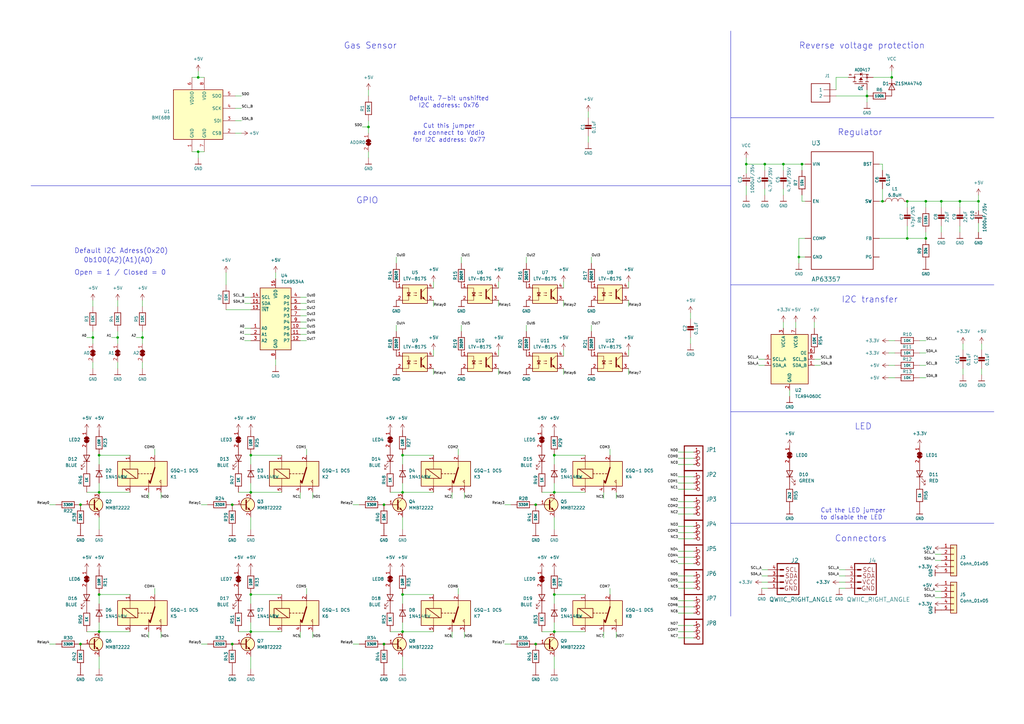
<source format=kicad_sch>
(kicad_sch (version 20230121) (generator eeschema)
  (paper "A3")
  (title_block (title "Air Quality Control") (date "2024-07-26") (rev "0") (company "Hasatio"))
  (junction (at 361.95 82.55))
  (junction (at 372.11 82.55))
  (junction (at 219.71 207.01))
  (junction (at 227.33 201.93))
  (junction (at 165.1 243.84))
  (junction (at 328.93 67.31))
  (junction (at 102.87 186.69))
  (junction (at 219.71 264.16))
  (junction (at 95.25 264.16))
  (junction (at 365.76 31.75))
  (junction (at 95.25 207.01))
  (junction (at 306.07 67.31))
  (junction (at 379.73 97.79))
  (junction (at 372.11 97.79))
  (junction (at 33.02 264.16))
  (junction (at 40.64 186.69))
  (junction (at 33.02 207.01))
  (junction (at 58.42 138.43))
  (junction (at 227.33 186.69))
  (junction (at 157.48 264.16))
  (junction (at 81.28 62.23))
  (junction (at 227.33 259.08))
  (junction (at 165.1 259.08))
  (junction (at 40.64 243.84))
  (junction (at 227.33 243.84))
  (junction (at 157.48 207.01))
  (junction (at 165.1 201.93))
  (junction (at 102.87 201.93))
  (junction (at 355.6 39.37))
  (junction (at 38.1 138.43))
  (junction (at 40.64 201.93))
  (junction (at 393.7 82.55))
  (junction (at 379.73 82.55))
  (junction (at 48.26 138.43))
  (junction (at 40.64 259.08))
  (junction (at 401.32 82.55))
  (junction (at 81.28 31.75))
  (junction (at 102.87 243.84))
  (junction (at 327.66 105.41))
  (junction (at 386.08 82.55))
  (junction (at 321.31 67.31))
  (junction (at 313.69 67.31))
  (junction (at 165.1 186.69))
  (junction (at 102.87 259.08))
  (junction (at 151.13 52.07))
  (wire (pts (xy 81.28 31.75) (xy 81.28 29.21)))
  (wire (pts (xy 342.9 31.75) (xy 342.9 36.83)) (stroke (width 0.1524)))
  (wire (pts (xy 379.73 82.55) (xy 386.08 82.55)) (stroke (width 0.1524)))
  (wire (pts (xy 401.32 91.44) (xy 401.32 95.25)))
  (wire (pts (xy 257.81 125.73) (xy 257.81 123.19)))
  (polyline (pts (xy 299.72 252.73) (xy 299.72 116.84)))
  (wire (pts (xy 96.52 44.45) (xy 99.06 44.45)) (stroke (width 0.1524)))
  (wire (pts (xy 38.1 135.89) (xy 38.1 138.43)))
  (wire (pts (xy 189.23 105.41) (xy 189.23 107.95)))
  (wire (pts (xy 128.27 261.62) (xy 128.27 259.08)))
  (wire (pts (xy 123.19 129.54) (xy 125.73 129.54)) (stroke (width 0.1524)))
  (wire (pts (xy 386.08 229.87) (xy 383.54 229.87)) (stroke (width 0.1524)))
  (wire (pts (xy 160.02 259.08) (xy 165.1 259.08)))
  (wire (pts (xy 306.07 67.31) (xy 313.69 67.31)))
  (wire (pts (xy 257.81 153.67) (xy 257.81 151.13)))
  (wire (pts (xy 394.97 140.97) (xy 394.97 143.51)))
  (wire (pts (xy 257.81 118.11) (xy 257.81 115.57)))
  (wire (pts (xy 40.64 269.24) (xy 40.64 274.32)) (stroke (width 0.1524)))
  (wire (pts (xy 227.33 186.69) (xy 227.33 190.5)))
  (wire (pts (xy 204.47 125.73) (xy 204.47 123.19)))
  (wire (pts (xy 386.08 242.57) (xy 383.54 242.57)) (stroke (width 0.1524)))
  (wire (pts (xy 222.25 259.08) (xy 227.33 259.08)))
  (wire (pts (xy 361.95 82.55) (xy 360.68 82.55)) (stroke (width 0.1524)))
  (wire (pts (xy 278.13 210.82) (xy 284.48 210.82)))
  (wire (pts (xy 151.13 64.77) (xy 151.13 62.23)) (stroke (width 0.1524)))
  (wire (pts (xy 123.19 204.47) (xy 123.19 201.93)))
  (wire (pts (xy 100.33 121.92) (xy 102.87 121.92)))
  (wire (pts (xy 247.65 204.47) (xy 247.65 201.93)))
  (wire (pts (xy 346.71 241.3) (xy 344.17 241.3)))
  (wire (pts (xy 58.42 138.43) (xy 55.88 138.43)) (stroke (width 0.1524)))
  (wire (pts (xy 165.1 269.24) (xy 165.1 274.32)) (stroke (width 0.1524)))
  (wire (pts (xy 242.57 133.35) (xy 242.57 135.89)))
  (wire (pts (xy 187.96 184.15) (xy 187.96 186.69)))
  (wire (pts (xy 231.14 125.73) (xy 231.14 123.19)))
  (wire (pts (xy 60.96 261.62) (xy 60.96 259.08)))
  (wire (pts (xy 151.13 36.83) (xy 151.13 39.37)))
  (wire (pts (xy 278.13 248.92) (xy 284.48 248.92)))
  (wire (pts (xy 115.57 186.69) (xy 102.87 186.69)))
  (wire (pts (xy 20.32 264.16) (xy 22.86 264.16)))
  (wire (pts (xy 177.8 186.69) (xy 165.1 186.69)))
  (wire (pts (xy 278.13 236.22) (xy 284.48 236.22)))
  (wire (pts (xy 38.1 138.43) (xy 35.56 138.43)) (stroke (width 0.1524)))
  (wire (pts (xy 401.32 82.55) (xy 401.32 86.36)))
  (wire (pts (xy 165.1 186.69) (xy 165.1 190.5)))
  (wire (pts (xy 240.03 186.69) (xy 227.33 186.69)))
  (wire (pts (xy 102.87 212.09) (xy 102.87 217.17)) (stroke (width 0.1524)))
  (wire (pts (xy 278.13 226.06) (xy 284.48 226.06)))
  (wire (pts (xy 60.96 204.47) (xy 60.96 201.93)))
  (wire (pts (xy 247.65 261.62) (xy 247.65 259.08)))
  (wire (pts (xy 177.8 146.05) (xy 177.8 143.51)))
  (wire (pts (xy 78.74 62.23) (xy 81.28 62.23)))
  (wire (pts (xy 313.69 69.85) (xy 313.69 67.31)) (stroke (width 0.1524)))
  (wire (pts (xy 361.95 69.85) (xy 361.95 67.31)) (stroke (width 0.1524)))
  (wire (pts (xy 48.26 135.89) (xy 48.26 138.43)))
  (wire (pts (xy 123.19 124.46) (xy 125.73 124.46)) (stroke (width 0.1524)))
  (wire (pts (xy 92.71 116.84) (xy 92.71 111.76)))
  (wire (pts (xy 336.55 147.32) (xy 334.01 147.32)))
  (wire (pts (xy 240.03 259.08) (xy 227.33 259.08)))
  (wire (pts (xy 204.47 118.11) (xy 204.47 115.57)))
  (wire (pts (xy 241.3 55.88) (xy 241.3 58.42)))
  (wire (pts (xy 327.66 97.79) (xy 327.66 105.41)) (stroke (width 0.1524)))
  (wire (pts (xy 379.73 139.7) (xy 377.19 139.7)))
  (wire (pts (xy 231.14 118.11) (xy 231.14 115.57)))
  (wire (pts (xy 82.55 264.16) (xy 85.09 264.16)))
  (wire (pts (xy 151.13 49.53) (xy 151.13 52.07)))
  (wire (pts (xy 144.78 264.16) (xy 147.32 264.16)))
  (polyline (pts (xy 407.67 168.91) (xy 299.72 168.91)))
  (wire (pts (xy 334.01 134.62) (xy 334.01 132.08)))
  (wire (pts (xy 204.47 153.67) (xy 204.47 151.13)))
  (wire (pts (xy 372.11 97.79) (xy 379.73 97.79)) (stroke (width 0.1524)))
  (wire (pts (xy 66.04 261.62) (xy 66.04 259.08)))
  (wire (pts (xy 361.95 77.47) (xy 361.95 82.55)) (stroke (width 0.1524)))
  (wire (pts (xy 278.13 238.76) (xy 284.48 238.76)))
  (wire (pts (xy 40.64 186.69) (xy 40.64 190.5)))
  (wire (pts (xy 48.26 138.43) (xy 48.26 140.97)) (stroke (width 0.1524)))
  (wire (pts (xy 185.42 261.62) (xy 185.42 259.08)))
  (wire (pts (xy 311.15 149.86) (xy 313.69 149.86)))
  (wire (pts (xy 278.13 251.46) (xy 284.48 251.46)))
  (wire (pts (xy 278.13 190.5) (xy 284.48 190.5)))
  (wire (pts (xy 364.49 149.86) (xy 367.03 149.86)))
  (wire (pts (xy 227.33 212.09) (xy 227.33 217.17)) (stroke (width 0.1524)))
  (wire (pts (xy 151.13 52.07) (xy 151.13 54.61)) (stroke (width 0.1524)))
  (wire (pts (xy 278.13 231.14) (xy 284.48 231.14)))
  (wire (pts (xy 355.6 36.83) (xy 355.6 39.37)))
  (wire (pts (xy 330.2 82.55) (xy 328.93 82.55)) (stroke (width 0.1524)))
  (wire (pts (xy 40.64 212.09) (xy 40.64 217.17)) (stroke (width 0.1524)))
  (wire (pts (xy 241.3 45.72) (xy 241.3 48.26)))
  (wire (pts (xy 379.73 144.78) (xy 377.19 144.78)))
  (wire (pts (xy 379.73 85.09) (xy 379.73 82.55)) (stroke (width 0.1524)))
  (wire (pts (xy 379.73 154.94) (xy 377.19 154.94)))
  (wire (pts (xy 386.08 92.71) (xy 386.08 95.25)) (stroke (width 0.1524)))
  (wire (pts (xy 102.87 259.08) (xy 102.87 255.27)))
  (wire (pts (xy 278.13 185.42) (xy 284.48 185.42)))
  (wire (pts (xy 115.57 243.84) (xy 102.87 243.84)))
  (wire (pts (xy 240.03 243.84) (xy 227.33 243.84)))
  (wire (pts (xy 278.13 256.54) (xy 284.48 256.54)))
  (wire (pts (xy 222.25 201.93) (xy 227.33 201.93)))
  (wire (pts (xy 53.34 201.93) (xy 40.64 201.93)))
  (wire (pts (xy 278.13 195.58) (xy 284.48 195.58)))
  (wire (pts (xy 177.8 118.11) (xy 177.8 115.57)))
  (wire (pts (xy 393.7 85.09) (xy 393.7 82.55)) (stroke (width 0.1524)))
  (wire (pts (xy 97.79 259.08) (xy 102.87 259.08)))
  (wire (pts (xy 100.33 124.46) (xy 102.87 124.46)))
  (wire (pts (xy 125.73 184.15) (xy 125.73 186.69)))
  (wire (pts (xy 58.42 123.19) (xy 58.42 125.73)))
  (wire (pts (xy 177.8 153.67) (xy 177.8 151.13)))
  (wire (pts (xy 227.33 243.84) (xy 227.33 247.65)))
  (wire (pts (xy 323.85 162.56) (xy 323.85 160.02)))
  (wire (pts (xy 361.95 67.31) (xy 360.68 67.31)) (stroke (width 0.1524)))
  (wire (pts (xy 344.17 238.76) (xy 346.71 238.76)))
  (wire (pts (xy 102.87 186.69) (xy 102.87 190.5)))
  (wire (pts (xy 252.73 261.62) (xy 252.73 259.08)))
  (wire (pts (xy 48.26 138.43) (xy 45.72 138.43)) (stroke (width 0.1524)))
  (wire (pts (xy 321.31 132.08) (xy 321.31 134.62)))
  (wire (pts (xy 372.11 82.55) (xy 372.11 85.09)) (stroke (width 0.1524)))
  (wire (pts (xy 372.11 82.55) (xy 379.73 82.55)) (stroke (width 0.1524)))
  (wire (pts (xy 96.52 49.53) (xy 99.06 49.53)) (stroke (width 0.1524)))
  (wire (pts (xy 278.13 208.28) (xy 284.48 208.28)))
  (polyline (pts (xy 407.67 214.63) (xy 299.72 214.63)))
  (wire (pts (xy 278.13 218.44) (xy 284.48 218.44)))
  (wire (pts (xy 96.52 39.37) (xy 99.06 39.37)) (stroke (width 0.1524)))
  (wire (pts (xy 347.98 31.75) (xy 342.9 31.75)) (stroke (width 0.1524)))
  (wire (pts (xy 48.26 151.13) (xy 48.26 148.59)) (stroke (width 0.1524)))
  (wire (pts (xy 165.1 259.08) (xy 165.1 255.27)))
  (wire (pts (xy 313.69 67.31) (xy 321.31 67.31)) (stroke (width 0.1524)))
  (wire (pts (xy 358.14 31.75) (xy 365.76 31.75)))
  (wire (pts (xy 386.08 227.33) (xy 383.54 227.33)) (stroke (width 0.1524)))
  (wire (pts (xy 113.03 147.32) (xy 113.03 149.86)) (stroke (width 0.1524)))
  (wire (pts (xy 165.1 243.84) (xy 165.1 247.65)))
  (wire (pts (xy 283.21 128.27) (xy 283.21 130.81)))
  (wire (pts (xy 314.96 241.3) (xy 312.42 241.3)))
  (wire (pts (xy 38.1 123.19) (xy 38.1 125.73)))
  (wire (pts (xy 306.07 64.77) (xy 306.07 67.31)))
  (wire (pts (xy 123.19 127) (xy 125.73 127)) (stroke (width 0.1524)))
  (wire (pts (xy 190.5 261.62) (xy 190.5 259.08)))
  (wire (pts (xy 165.1 212.09) (xy 165.1 217.17)) (stroke (width 0.1524)))
  (wire (pts (xy 313.69 77.47) (xy 313.69 80.01)) (stroke (width 0.1524)))
  (wire (pts (xy 123.19 139.7) (xy 125.73 139.7)) (stroke (width 0.1524)))
  (wire (pts (xy 306.07 67.31) (xy 306.07 71.12)))
  (wire (pts (xy 53.34 259.08) (xy 40.64 259.08)))
  (wire (pts (xy 53.34 186.69) (xy 40.64 186.69)))
  (wire (pts (xy 81.28 62.23) (xy 83.82 62.23)))
  (wire (pts (xy 123.19 132.08) (xy 125.73 132.08)) (stroke (width 0.1524)))
  (wire (pts (xy 96.52 54.61) (xy 99.06 54.61)))
  (wire (pts (xy 379.73 149.86) (xy 377.19 149.86)))
  (wire (pts (xy 102.87 137.16) (xy 100.33 137.16)) (stroke (width 0.1524)))
  (wire (pts (xy 58.42 138.43) (xy 58.42 140.97)) (stroke (width 0.1524)))
  (wire (pts (xy 250.19 241.3) (xy 250.19 243.84)))
  (wire (pts (xy 326.39 132.08) (xy 326.39 134.62)))
  (polyline (pts (xy 299.72 116.84) (xy 299.72 12.7)))
  (wire (pts (xy 207.01 264.16) (xy 209.55 264.16)))
  (wire (pts (xy 189.23 133.35) (xy 189.23 135.89)))
  (wire (pts (xy 123.19 137.16) (xy 125.73 137.16)) (stroke (width 0.1524)))
  (wire (pts (xy 231.14 146.05) (xy 231.14 143.51)))
  (wire (pts (xy 177.8 201.93) (xy 165.1 201.93)))
  (wire (pts (xy 328.93 67.31) (xy 330.2 67.31)) (stroke (width 0.1524)))
  (polyline (pts (xy 407.67 116.84) (xy 299.72 116.84)))
  (wire (pts (xy 102.87 243.84) (xy 102.87 247.65)))
  (wire (pts (xy 40.64 201.93) (xy 40.64 198.12)))
  (wire (pts (xy 394.97 151.13) (xy 394.97 153.67)))
  (wire (pts (xy 115.57 259.08) (xy 102.87 259.08)))
  (wire (pts (xy 185.42 204.47) (xy 185.42 201.93)))
  (wire (pts (xy 365.76 29.21) (xy 365.76 31.75)))
  (wire (pts (xy 364.49 144.78) (xy 367.03 144.78)))
  (wire (pts (xy 402.59 153.67) (xy 402.59 151.13)))
  (wire (pts (xy 128.27 204.47) (xy 128.27 201.93)))
  (wire (pts (xy 346.71 233.68) (xy 344.17 233.68)))
  (wire (pts (xy 92.71 127) (xy 102.87 127)) (stroke (width 0.1524)))
  (wire (pts (xy 63.5 184.15) (xy 63.5 186.69)))
  (wire (pts (xy 151.13 52.07) (xy 148.59 52.07)) (stroke (width 0.1524)))
  (wire (pts (xy 227.33 269.24) (xy 227.33 274.32)) (stroke (width 0.1524)))
  (wire (pts (xy 393.7 82.55) (xy 401.32 82.55)))
  (wire (pts (xy 328.93 69.85) (xy 328.93 67.31)) (stroke (width 0.1524)))
  (wire (pts (xy 35.56 259.08) (xy 40.64 259.08)))
  (wire (pts (xy 360.68 97.79) (xy 372.11 97.79)) (stroke (width 0.1524)))
  (wire (pts (xy 252.73 204.47) (xy 252.73 201.93)))
  (wire (pts (xy 231.14 153.67) (xy 231.14 151.13)))
  (wire (pts (xy 355.6 39.37) (xy 342.9 39.37)) (stroke (width 0.1524)))
  (wire (pts (xy 327.66 105.41) (xy 327.66 107.95)) (stroke (width 0.1524)))
  (wire (pts (xy 278.13 220.98) (xy 284.48 220.98)))
  (wire (pts (xy 330.2 105.41) (xy 327.66 105.41)) (stroke (width 0.1524)))
  (wire (pts (xy 40.64 243.84) (xy 40.64 247.65)))
  (wire (pts (xy 240.03 201.93) (xy 227.33 201.93)))
  (wire (pts (xy 207.01 207.01) (xy 209.55 207.01)))
  (wire (pts (xy 306.07 80.01) (xy 306.07 76.2)))
  (wire (pts (xy 336.55 149.86) (xy 334.01 149.86)))
  (wire (pts (xy 278.13 261.62) (xy 284.48 261.62)))
  (wire (pts (xy 386.08 245.11) (xy 383.54 245.11)) (stroke (width 0.1524)))
  (wire (pts (xy 393.7 82.55) (xy 386.08 82.55)) (stroke (width 0.1524)))
  (wire (pts (xy 40.64 259.08) (xy 40.64 255.27)))
  (polyline (pts (xy 12.7 76.2) (xy 299.72 76.2)))
  (wire (pts (xy 177.8 259.08) (xy 165.1 259.08)))
  (wire (pts (xy 355.6 39.37) (xy 355.6 41.91)) (stroke (width 0.1524)))
  (wire (pts (xy 364.49 154.94) (xy 367.03 154.94)))
  (wire (pts (xy 283.21 138.43) (xy 283.21 140.97)))
  (wire (pts (xy 102.87 269.24) (xy 102.87 274.32)) (stroke (width 0.1524)))
  (wire (pts (xy 204.47 146.05) (xy 204.47 143.51)))
  (wire (pts (xy 372.11 92.71) (xy 372.11 97.79)) (stroke (width 0.1524)))
  (wire (pts (xy 278.13 198.12) (xy 284.48 198.12)))
  (wire (pts (xy 82.55 207.01) (xy 85.09 207.01)))
  (wire (pts (xy 20.32 207.01) (xy 22.86 207.01)))
  (wire (pts (xy 144.78 207.01) (xy 147.32 207.01)))
  (wire (pts (xy 38.1 138.43) (xy 38.1 140.97)) (stroke (width 0.1524)))
  (wire (pts (xy 48.26 123.19) (xy 48.26 125.73)))
  (wire (pts (xy 81.28 64.77) (xy 81.28 62.23)))
  (wire (pts (xy 165.1 198.12) (xy 165.1 201.93)))
  (wire (pts (xy 53.34 243.84) (xy 40.64 243.84)))
  (wire (pts (xy 177.8 125.73) (xy 177.8 123.19)))
  (wire (pts (xy 386.08 85.09) (xy 386.08 82.55)) (stroke (width 0.1524)))
  (wire (pts (xy 311.15 147.32) (xy 313.69 147.32)))
  (wire (pts (xy 314.96 233.68) (xy 312.42 233.68)))
  (wire (pts (xy 321.31 67.31) (xy 328.93 67.31)) (stroke (width 0.1524)))
  (wire (pts (xy 321.31 69.85) (xy 321.31 67.31)) (stroke (width 0.1524)))
  (wire (pts (xy 102.87 201.93) (xy 102.87 198.12)))
  (wire (pts (xy 278.13 246.38) (xy 284.48 246.38)))
  (wire (pts (xy 379.73 97.79) (xy 379.73 95.25)) (stroke (width 0.1524)))
  (wire (pts (xy 190.5 204.47) (xy 190.5 201.93)))
  (wire (pts (xy 402.59 140.97) (xy 402.59 143.51)))
  (wire (pts (xy 123.19 121.92) (xy 125.73 121.92)) (stroke (width 0.1524)))
  (wire (pts (xy 123.19 134.62) (xy 125.73 134.62)) (stroke (width 0.1524)))
  (wire (pts (xy 187.96 241.3) (xy 187.96 243.84)))
  (wire (pts (xy 227.33 255.27) (xy 227.33 259.08)))
  (wire (pts (xy 227.33 201.93) (xy 227.33 198.12)))
  (wire (pts (xy 278.13 200.66) (xy 284.48 200.66)))
  (wire (pts (xy 125.73 241.3) (xy 125.73 243.84)))
  (wire (pts (xy 393.7 92.71) (xy 393.7 95.25)) (stroke (width 0.1524)))
  (wire (pts (xy 278.13 205.74) (xy 284.48 205.74)))
  (wire (pts (xy 321.31 77.47) (xy 321.31 80.01)) (stroke (width 0.1524)))
  (wire (pts (xy 113.03 111.76) (xy 113.03 114.3)))
  (wire (pts (xy 278.13 259.08) (xy 284.48 259.08)))
  (wire (pts (xy 257.81 146.05) (xy 257.81 143.51)))
  (wire (pts (xy 162.56 105.41) (xy 162.56 107.95)))
  (wire (pts (xy 364.49 139.7) (xy 367.03 139.7)))
  (wire (pts (xy 35.56 201.93) (xy 40.64 201.93)))
  (wire (pts (xy 123.19 261.62) (xy 123.19 259.08)))
  (wire (pts (xy 38.1 151.13) (xy 38.1 148.59)) (stroke (width 0.1524)))
  (wire (pts (xy 177.8 243.84) (xy 165.1 243.84)))
  (wire (pts (xy 63.5 241.3) (xy 63.5 243.84)))
  (wire (pts (xy 242.57 105.41) (xy 242.57 107.95)))
  (wire (pts (xy 401.32 80.01) (xy 401.32 82.55)))
  (wire (pts (xy 81.28 31.75) (xy 83.82 31.75)))
  (polyline (pts (xy 407.67 48.26) (xy 299.72 48.26)))
  (wire (pts (xy 58.42 151.13) (xy 58.42 148.59)) (stroke (width 0.1524)))
  (wire (pts (xy 312.42 236.22) (xy 314.96 236.22)))
  (wire (pts (xy 312.42 238.76) (xy 314.96 238.76)))
  (wire (pts (xy 97.79 201.93) (xy 102.87 201.93)))
  (wire (pts (xy 278.13 228.6) (xy 284.48 228.6)))
  (wire (pts (xy 330.2 97.79) (xy 327.66 97.79)) (stroke (width 0.1524)))
  (wire (pts (xy 215.9 105.41) (xy 215.9 107.95)))
  (wire (pts (xy 102.87 139.7) (xy 100.33 139.7)) (stroke (width 0.1524)))
  (wire (pts (xy 278.13 215.9) (xy 284.48 215.9)))
  (wire (pts (xy 160.02 201.93) (xy 165.1 201.93)))
  (wire (pts (xy 278.13 187.96) (xy 284.48 187.96)))
  (wire (pts (xy 162.56 133.35) (xy 162.56 135.89)))
  (wire (pts (xy 215.9 133.35) (xy 215.9 135.89)))
  (wire (pts (xy 328.93 82.55) (xy 328.93 80.01)) (stroke (width 0.1524)))
  (wire (pts (xy 58.42 135.89) (xy 58.42 138.43)))
  (wire (pts (xy 102.87 134.62) (xy 100.33 134.62)) (stroke (width 0.1524)))
  (wire (pts (xy 66.04 204.47) (xy 66.04 201.93)))
  (wire (pts (xy 115.57 201.93) (xy 102.87 201.93)))
  (wire (pts (xy 250.19 184.15) (xy 250.19 186.69)))
  (wire (pts (xy 344.17 236.22) (xy 346.71 236.22)))
  (wire (pts (xy 78.74 31.75) (xy 81.28 31.75)))
  (wire (pts (xy 278.13 241.3) (xy 284.48 241.3)))
  (text "GPIO" (at 146.05 83.82 0) (effects (font (size 2.54 2.54)) (justify left bottom)))
  (text "Gas Sensor" (at 140.97 20.32 0) (effects (font (size 2.54 2.54)) (justify left bottom)))
  (text "Connectors" (at 353.06 220.98 0) (effects (font (size 2.54 2.54))))
  (text "Cut the LED jumper\nto disable the LED" (at 336.55 213.36 0) (effects (font (size 1.778 1.778)) (justify left bottom)))
  (text "Regulator" (at 361.95 55.88 0) (effects (font (size 2.54 2.54)) (justify right bottom)))
  (text "I2C transfer" (at 368.3 124.46 0) (effects (font (size 2.54 2.54)) (justify right bottom)))
  (text "Default, 7-bit unshifted\nI2C address: 0x76" (at 184.15 41.91 0) (effects (font (size 1.778 1.778))))
  (text "LED" (at 350.52 176.53 0) (effects (font (size 2.54 2.54)) (justify left bottom)))
  (text "Default I2C Adress(0x20)" (at 30.48 104.14 0) (effects (font (size 2 2)) (justify left bottom)))
  (text "Reverse voltage protection" (at 327.66 20.32 0) (effects (font (size 2.54 2.54)) (justify left bottom)))
  (text "Cut this jumper\nand connect to Vddio\nfor I2C address: 0x77" (at 184.15 54.61 0) (effects (font (size 1.778 1.778))))
  (text "Open = 1 / Closed = 0" (at 30.48 113.03 0) (effects (font (size 2 2)) (justify left bottom)))
  (text "0b100(A2)(A1)(A0)" (at 34.29 107.95 0) (effects (font (size 2 2)) (justify left bottom)))
  (label "SCL_B" (at 336.55 147.32 0) (effects (font (size 1 1))))
  (label "SDA_B" (at 379.73 154.94 0) (effects (font (size 1 1))))
  (label "Relay7" (at 207.01 264.16 180) (effects (font (size 1 1))))
  (label "NC3" (at 278.13 220.98 180) (effects (font (size 1 1))))
  (label "Out0" (at 162.56 105.41 0) (effects (font (size 1 1))))
  (label "COM1" (at 125.73 184.15 180) (effects (font (size 1 1))))
  (label "SDA_B" (at 99.06 49.53 0) (effects (font (size 1 1))))
  (label "COM4" (at 278.13 228.6 180) (effects (font (size 1 1))))
  (label "NO2" (at 278.13 205.74 180) (effects (font (size 1 1))))
  (label "NC4" (at 60.96 261.62 180) (effects (font (size 1 1))))
  (label "SDA_B" (at 336.55 149.86 0) (effects (font (size 1 1))))
  (label "COM2" (at 187.96 184.15 180) (effects (font (size 1 1))))
  (label "NO5" (at 128.27 261.62 0) (effects (font (size 1 1))))
  (label "NC6" (at 278.13 251.46 180) (effects (font (size 1 1))))
  (label "Relay0" (at 177.8 125.73 0) (effects (font (size 1 1))))
  (label "NO1" (at 128.27 204.47 0) (effects (font (size 1 1))))
  (label "COM1" (at 278.13 198.12 180) (effects (font (size 1 1))))
  (label "NO6" (at 190.5 261.62 0) (effects (font (size 1 1))))
  (label "Relay0" (at 20.32 207.01 180) (effects (font (size 1 1))))
  (label "NO2" (at 190.5 204.47 0) (effects (font (size 1 1))))
  (label "NC4" (at 278.13 231.14 180) (effects (font (size 1 1))))
  (label "COM6" (at 187.96 241.3 180) (effects (font (size 1 1))))
  (label "Relay1" (at 82.55 207.01 180) (effects (font (size 1 1))))
  (label "SDO" (at 99.06 39.37 0) (effects (font (size 1 1))))
  (label "NC1" (at 278.13 200.66 180) (effects (font (size 1 1))))
  (label "SDA_A" (at 312.42 236.22 180) (effects (font (size 1 1))))
  (label "NC7" (at 247.65 261.62 180) (effects (font (size 1 1))))
  (label "Out7" (at 242.57 133.35 0) (effects (font (size 1 1))))
  (label "Relay6" (at 144.78 264.16 180) (effects (font (size 1 1))))
  (label "NO0" (at 278.13 185.42 180) (effects (font (size 1 1))))
  (label "NC5" (at 278.13 241.3 180) (effects (font (size 1 1))))
  (label "Out3" (at 242.57 105.41 0) (effects (font (size 1 1))))
  (label "NO4" (at 278.13 226.06 180) (effects (font (size 1 1))))
  (label "NO1" (at 278.13 195.58 180) (effects (font (size 1 1))))
  (label "NO0" (at 66.04 204.47 0) (effects (font (size 1 1))))
  (label "Relay1" (at 204.47 125.73 0) (effects (font (size 1 1))))
  (label "Out0" (at 125.73 121.92 0) (effects (font (size 1 1))))
  (label "NO3" (at 252.73 204.47 0) (effects (font (size 1 1))))
  (label "COM7" (at 278.13 259.08 180) (effects (font (size 1 1))))
  (label "NO6" (at 278.13 246.38 180) (effects (font (size 1 1))))
  (label "COM6" (at 278.13 248.92 180) (effects (font (size 1 1))))
  (label "SDO" (at 148.59 52.07 180) (effects (font (size 1 1))))
  (label "NO4" (at 66.04 261.62 0) (effects (font (size 1 1))))
  (label "COM2" (at 278.13 208.28 180) (effects (font (size 1 1))))
  (label "A0" (at 100.33 134.62 180) (effects (font (size 1 1))))
  (label "SCL_A" (at 311.15 147.32 180) (effects (font (size 1 1))))
  (label "Relay5" (at 204.47 153.67 0) (effects (font (size 1 1))))
  (label "NO7" (at 278.13 256.54 180) (effects (font (size 1 1))))
  (label "Relay3" (at 257.81 125.73 0) (effects (font (size 1 1))))
  (label "A2" (at 55.88 138.43 180) (effects (font (size 1 1))))
  (label "Out5" (at 189.23 133.35 0) (effects (font (size 1 1))))
  (label "COM7" (at 250.19 241.3 180) (effects (font (size 1 1))))
  (label "Out1" (at 125.73 124.46 0) (effects (font (size 1 1))))
  (label "SCL_A" (at 379.73 139.7 0) (effects (font (size 1 1))))
  (label "NC2" (at 278.13 210.82 180) (effects (font (size 1 1))))
  (label "NC6" (at 185.42 261.62 180) (effects (font (size 1 1))))
  (label "COM5" (at 125.73 241.3 180) (effects (font (size 1 1))))
  (label "A0" (at 35.56 138.43 180) (effects (font (size 1 1))))
  (label "NC7" (at 278.13 261.62 180) (effects (font (size 1 1))))
  (label "NO7" (at 252.73 261.62 0) (effects (font (size 1 1))))
  (label "NC2" (at 185.42 204.47 180) (effects (font (size 1 1))))
  (label "Out7" (at 125.73 139.7 0) (effects (font (size 1 1))))
  (label "SDA_A" (at 383.54 229.87 180) (effects (font (size 1 1))))
  (label "SDA_A" (at 344.17 236.22 180) (effects (font (size 1 1))))
  (label "Relay4" (at 20.32 264.16 180) (effects (font (size 1 1))))
  (label "Out6" (at 215.9 133.35 0) (effects (font (size 1 1))))
  (label "NO3" (at 278.13 215.9 180) (effects (font (size 1 1))))
  (label "A1" (at 45.72 138.43 180) (effects (font (size 1 1))))
  (label "Out2" (at 125.73 127 0) (effects (font (size 1 1))))
  (label "Out6" (at 125.73 137.16 0) (effects (font (size 1 1))))
  (label "NO5" (at 278.13 236.22 180) (effects (font (size 1 1))))
  (label "NC5" (at 123.19 261.62 180) (effects (font (size 1 1))))
  (label "SCL_B" (at 99.06 44.45 0) (effects (font (size 1 1))))
  (label "A1" (at 100.33 137.16 180) (effects (font (size 1 1))))
  (label "SDA_B" (at 100.33 124.46 180) (effects (font (size 1 1))))
  (label "Relay7" (at 257.81 153.67 0) (effects (font (size 1 1))))
  (label "Out2" (at 215.9 105.41 0) (effects (font (size 1 1))))
  (label "SDA_A" (at 379.73 144.78 0) (effects (font (size 1 1))))
  (label "Out1" (at 189.23 105.41 0) (effects (font (size 1 1))))
  (label "SDA_A" (at 311.15 149.86 180) (effects (font (size 1 1))))
  (label "COM0" (at 63.5 184.15 180) (effects (font (size 1 1))))
  (label "Relay4" (at 177.8 153.67 0) (effects (font (size 1 1))))
  (label "Relay2" (at 144.78 207.01 180) (effects (font (size 1 1))))
  (label "Relay3" (at 207.01 207.01 180) (effects (font (size 1 1))))
  (label "Out4" (at 125.73 132.08 0) (effects (font (size 1 1))))
  (label "COM4" (at 63.5 241.3 180) (effects (font (size 1 1))))
  (label "NC0" (at 278.13 190.5 180) (effects (font (size 1 1))))
  (label "Out4" (at 162.56 133.35 0) (effects (font (size 1 1))))
  (label "Out5" (at 125.73 134.62 0) (effects (font (size 1 1))))
  (label "Relay2" (at 231.14 125.73 0) (effects (font (size 1 1))))
  (label "NC1" (at 123.19 204.47 180) (effects (font (size 1 1))))
  (label "SCL_B" (at 100.33 121.92 180) (effects (font (size 1 1))))
  (label "SDA_A" (at 383.54 245.11 180) (effects (font (size 1 1))))
  (label "Out3" (at 125.73 129.54 0) (effects (font (size 1 1))))
  (label "SCL_A" (at 312.42 233.68 180) (effects (font (size 1 1))))
  (label "NC0" (at 60.96 204.47 180) (effects (font (size 1 1))))
  (label "NC3" (at 247.65 204.47 180) (effects (font (size 1 1))))
  (label "SCL_B" (at 379.73 149.86 0) (effects (font (size 1 1))))
  (label "COM3" (at 250.19 184.15 180) (effects (font (size 1 1))))
  (label "COM5" (at 278.13 238.76 180) (effects (font (size 1 1))))
  (label "A2" (at 100.33 139.7 180) (effects (font (size 1 1))))
  (label "SCL_A" (at 383.54 227.33 180) (effects (font (size 1 1))))
  (label "SCL_A" (at 344.17 233.68 180) (effects (font (size 1 1))))
  (label "COM0" (at 278.13 187.96 180) (effects (font (size 1 1))))
  (label "COM3" (at 278.13 218.44 180) (effects (font (size 1 1))))
  (label "SCL_A" (at 383.54 242.57 180) (effects (font (size 1 1))))
  (label "Relay6" (at 231.14 153.67 0) (effects (font (size 1 1))))
  (label "Relay5" (at 82.55 264.16 180) (effects (font (size 1 1))))
  (symbol (lib_id "Relay:G5Q-1") (at 120.65 251.46 0) (mirror x) (unit 1)
    (property "Reference" "K6" (at 132.08 252.73 0) (effects (justify left)))
    (property "Value" "G5Q-1 DC5" (at 132.08 250.19 0) (effects (justify left)))
    (property "Footprint" "Relay_THT:Relay_SPDT_Omron-G5Q-1" (effects hide))
    (property "Datasheet" "https://www.omron.com/ecb/products/pdf/en-g5q.pdf" (effects hide))
    (property "Field4" "https://jlcpcb.com/partdetail/OmronElectronics-G5Q_14DC5/C397241" (effects hide))
  )
  (symbol (lib_id "power:+5V") (at 283.21 128.27 0) (unit 1)
    (property "Reference" "#PWR021" (effects hide))
    (property "Value" "+5V" (at 283.21 123.19 0))
  )
  (symbol (lib_id "power:+5V") (at 160.02 176.53 0) (unit 1)
    (property "Reference" "#PWR045" (effects hide))
    (property "Value" "+5V" (at 160.02 171.45 0))
  )
  (symbol (lib_id "Adafruit PCA9685 rev C-eagle-import:GND") (at 327.66 110.49 0) (unit 1)
    (property "Reference" "#U$05" (effects hide))
    (property "Value" "GND" (at 325.9185 113.0191 0) (effects (font (size 1.27 1.0795)) (justify left bottom)))
  )
  (symbol (lib_id "power:+5V") (at 231.14 115.57 0) (unit 1)
    (property "Reference" "#PWR031" (effects hide))
    (property "Value" "+5V" (at 231.14 110.49 0))
  )
  (symbol (lib_id "PCM_Transistor_BJT_AKL:MMBT2222") (at 162.56 207.01 0) (unit 1)
    (property "Reference" "Q4" (at 167.64 205.74 0) (effects (justify left)))
    (property "Value" "MMBT2222" (at 167.64 208.28 0) (effects (justify left)))
    (property "Footprint" "Package_TO_SOT_SMD:SOT-23" (effects hide))
    (property "Datasheet" "https://www.tme.eu/Document/fd53f7282772c4b53c43aa6dcf874bac/mmbt2222.pdf" (effects hide))
    (property "Field4" "https://jlcpcb.com/partdetail/Yongyutai-MMBT2222/C2891810" (effects hide))
  )
  (symbol (lib_id "Adafruit PCA9685 rev C-eagle-import:CAP_CERAMIC0805-NOOUTLINE") (at 313.69 74.93 0) (unit 1)
    (property "Reference" "C4" (at 311.4 73.68 90))
    (property "Value" "4.7uF/35V" (at 315.99 73.68 90))
    (property "Footprint" "Capacitor_SMD:C_0603_1608Metric" (effects hide))
  )
  (symbol (lib_id "Adafruit PCA9685 rev C-eagle-import:RESISTOR0805_NOOUTLINE") (at 215.9 113.03 90) (unit 1)
    (property "Reference" "R16" (at 213.36 113.03 0))
    (property "Value" "360R" (at 215.9 113.03 0) (effects (font (size 1.016 1.016) bold)))
    (property "Footprint" "Resistor_SMD:R_0603_1608Metric" (effects hide))
  )
  (symbol (lib_id "Jumper:SolderJumper_2_Bridged") (at 160.02 237.49 90) (mirror x) (unit 1) (in_bom no)
    (property "Reference" "LED8" (at 157.48 237.49 90) (effects (justify left)))
    (property "Value" "SolderJumper_2_Bridged" (effects hide))
    (property "Footprint" "Jumper:SolderJumper-2_P1.3mm_Bridged_Pad1.0x1.5mm" (effects hide))
  )
  (symbol (lib_id "Adafruit PCA9685 rev C-eagle-import:GND") (at 386.08 97.79 0) (unit 1)
    (property "Reference" "#U$02" (effects hide))
    (property "Value" "GND" (at 384.3385 100.3191 0) (effects (font (size 1.27 1.0795)) (justify left bottom)))
  )
  (symbol (lib_id "power:+5V") (at 241.3 45.72 0) (unit 1)
    (property "Reference" "#PWR020" (effects hide))
    (property "Value" "+5V" (at 241.3 40.64 0))
  )
  (symbol (lib_id "Jumper:SolderJumper_2_Bridged") (at 97.79 180.34 90) (mirror x) (unit 1) (in_bom no)
    (property "Reference" "LED3" (at 95.25 180.34 90) (effects (justify left)))
    (property "Value" "SolderJumper_2_Bridged" (effects hide))
    (property "Footprint" "Jumper:SolderJumper-2_P1.3mm_Bridged_Pad1.0x1.5mm" (effects hide))
  )
  (symbol (lib_id "Adafruit PowerRelay Wing-eagle-import:HEADER-1X3_508TERM") (at 287.02 259.08 0) (unit 1)
    (property "Reference" "JP8" (at 289.56 256.54 0) (effects (font (size 1.778 1.5113)) (justify left bottom)))
    (property "Value" "HEADER-1X3_508TERM" (effects hide))
    (property "Footprint" "Connector_Phoenix_MC:PhoenixContact_MC_1,5_3-G-3.5_1x03_P3.50mm_Horizontal" (effects hide))
    (property "Field4" "https://jlcpcb.com/partdetail/Max-MX15EDGRC_3_5_03P_GN01_CuA/C5188296" (effects hide))
  )
  (symbol (lib_id "Adafruit PCA9685 rev C-eagle-import:GND") (at 189.23 125.73 0) (unit 1)
    (property "Reference" "#U$023" (effects hide))
    (property "Value" "GND" (at 187.4885 128.2591 0) (effects (font (size 1.27 1.0795)) (justify left bottom)))
  )
  (symbol (lib_id "Adafruit PCA9685 rev C-eagle-import:CAP_CERAMIC0805-NOOUTLINE") (at 321.31 74.93 0) (unit 1)
    (property "Reference" "C5" (at 319.02 73.68 90))
    (property "Value" "4.7uF/35V" (at 323.61 73.68 90))
    (property "Footprint" "Capacitor_SMD:C_0603_1608Metric" (effects hide))
  )
  (symbol (lib_id "Adafruit PCA9685 rev C-eagle-import:RESISTOR0805_NOOUTLINE") (at 162.56 113.03 90) (unit 1)
    (property "Reference" "R14" (at 160.02 113.03 0))
    (property "Value" "360R" (at 162.56 113.03 0) (effects (font (size 1.016 1.016) bold)))
    (property "Footprint" "Resistor_SMD:R_0603_1608Metric" (effects hide))
  )
  (symbol (lib_id "Adafruit PCA9685 rev C-eagle-import:GND") (at 383.54 234.95 270) (unit 1)
    (property "Reference" "#U$033" (effects hide))
    (property "Value" "GND" (at 381.0109 233.2085 0) (effects (font (size 1.27 1.0795)) (justify left bottom)))
  )
  (symbol (lib_id "ESP32-GATEWAY_Rev_G:L") (at 367.03 82.55 0) (unit 1)
    (property "Reference" "L1" (at 367.03 77.47 0))
    (property "Value" "6.8uH" (at 367.03 80.01 0))
    (property "Footprint" "Inductor_SMD:L_Bourns_SRN8040TA" (effects hide))
  )
  (symbol (lib_id "Adafruit PCA9685 rev C-eagle-import:RESISTOR0805_NOOUTLINE") (at 152.4 264.16 0) (unit 1)
    (property "Reference" "R34" (at 152.4 261.62 0))
    (property "Value" "330R" (at 152.4 264.16 0) (effects (font (size 1.016 1.016) bold)))
    (property "Footprint" "Resistor_SMD:R_0603_1608Metric" (effects hide))
  )
  (symbol (lib_id "Isolator:LTV-817S") (at 196.85 148.59 0) (unit 1)
    (property "Reference" "U10" (at 196.85 139.7 0))
    (property "Value" "LTV-817S" (at 196.85 142.24 0))
    (property "Footprint" "PCM_Package_DIP_AKL:SMDIP-4_W9.53mm" (effects hide))
    (property "Datasheet" "http://www.us.liteon.com/downloads/LTV-817-827-847.PDF" (effects hide))
    (property "Field4" "https://jlcpcb.com/partdetail/liteon-LTV_817S_TA1D/C114603" (effects hide))
  )
  (symbol (lib_id "power:+3.3V") (at 394.97 140.97 0) (unit 1)
    (property "Reference" "#PWR011" (effects hide))
    (property "Value" "+3.3V" (at 394.97 135.89 0))
  )
  (symbol (lib_id "Adafruit PCA9685 rev C-eagle-import:GND") (at 33.02 219.71 0) (unit 1)
    (property "Reference" "#U$048" (effects hide))
    (property "Value" "GND" (at 31.2785 222.2391 0) (effects (font (size 1.27 1.0795)) (justify left bottom)))
  )
  (symbol (lib_id "Adafruit PCA9685 rev C-eagle-import:GND") (at 323.85 165.1 0) (unit 1)
    (property "Reference" "#U$01" (effects hide))
    (property "Value" "GND" (at 322.1085 167.6291 0) (effects (font (size 1.27 1.0795)) (justify left bottom)))
  )
  (symbol (lib_id "power:+5V") (at 364.49 149.86 90) (unit 1)
    (property "Reference" "#PWR08" (effects hide))
    (property "Value" "+5V" (at 360.68 149.86 90) (effects (justify left)))
  )
  (symbol (lib_id "Adafruit PCA9685 rev C-eagle-import:GND") (at 165.1 219.71 0) (unit 1)
    (property "Reference" "#U$041" (effects hide))
    (property "Value" "GND" (at 163.3585 222.2391 0) (effects (font (size 1.27 1.0795)) (justify left bottom)))
  )
  (symbol (lib_id "Relay:G5Q-1") (at 120.65 194.31 0) (mirror x) (unit 1)
    (property "Reference" "K2" (at 132.08 195.58 0) (effects (justify left)))
    (property "Value" "G5Q-1 DC5" (at 132.08 193.04 0) (effects (justify left)))
    (property "Footprint" "Relay_THT:Relay_SPDT_Omron-G5Q-1" (effects hide))
    (property "Datasheet" "https://www.omron.com/ecb/products/pdf/en-g5q.pdf" (effects hide))
    (property "Field4" "https://jlcpcb.com/partdetail/OmronElectronics-G5Q_14DC5/C397241" (effects hide))
  )
  (symbol (lib_id "power:+5V") (at 401.32 80.01 0) (unit 1)
    (property "Reference" "#PWR05" (effects hide))
    (property "Value" "+5V" (at 401.32 74.93 0))
  )
  (symbol (lib_id "Adafruit PCA9685 rev C-eagle-import:RESISTOR0805_NOOUTLINE") (at 189.23 140.97 90) (unit 1)
    (property "Reference" "R19" (at 186.69 140.97 0))
    (property "Value" "360R" (at 189.23 140.97 0) (effects (font (size 1.016 1.016) bold)))
    (property "Footprint" "Resistor_SMD:R_0603_1608Metric" (effects hide))
  )
  (symbol (lib_id "power:+5V") (at 402.59 140.97 0) (unit 1)
    (property "Reference" "#PWR012" (effects hide))
    (property "Value" "+5V" (at 402.59 135.89 0))
  )
  (symbol (lib_id "PCM_Transistor_BJT_AKL:MMBT2222") (at 224.79 207.01 0) (unit 1)
    (property "Reference" "Q5" (at 229.87 205.74 0) (effects (justify left)))
    (property "Value" "MMBT2222" (at 229.87 208.28 0) (effects (justify left)))
    (property "Footprint" "Package_TO_SOT_SMD:SOT-23" (effects hide))
    (property "Datasheet" "https://www.tme.eu/Document/fd53f7282772c4b53c43aa6dcf874bac/mmbt2222.pdf" (effects hide))
    (property "Field4" "https://jlcpcb.com/partdetail/Yongyutai-MMBT2222/C2891810" (effects hide))
  )
  (symbol (lib_id "power:+3.3V") (at 377.19 182.88 0) (unit 1)
    (property "Reference" "#PWR023" (effects hide))
    (property "Value" "+3.3V" (at 377.19 177.8 0))
  )
  (symbol (lib_id "Adafruit PCA9685 rev C-eagle-import:RESISTOR0805_NOOUTLINE") (at 97.79 254 90) (unit 1)
    (property "Reference" "R51" (at 95.25 254 0))
    (property "Value" "1K" (at 97.79 254 0) (effects (font (size 1.016 1.016) bold)))
    (property "Footprint" "Resistor_SMD:R_0603_1608Metric" (effects hide))
  )
  (symbol (lib_id "Adafruit PCA9685 rev C-eagle-import:RESISTOR_0805MP") (at 323.85 203.2 270) (unit 1)
    (property "Reference" "R55" (at 326.39 203.2 0))
    (property "Value" "2k2" (at 323.85 203.2 0) (effects (font (size 1.016 1.016) bold)))
    (property "Footprint" "Resistor_SMD:R_0603_1608Metric" (effects hide))
  )
  (symbol (lib_id "Adafruit PowerRelay Wing-eagle-import:HEADER-1X3_508TERM") (at 287.02 187.96 0) (unit 1)
    (property "Reference" "JP1" (at 289.56 185.42 0) (effects (font (size 1.778 1.5113)) (justify left bottom)))
    (property "Value" "HEADER-1X3_508TERM" (effects hide))
    (property "Footprint" "Connector_Phoenix_MC:PhoenixContact_MC_1,5_3-G-3.5_1x03_P3.50mm_Horizontal" (effects hide))
    (property "Field4" "https://jlcpcb.com/partdetail/Max-MX15EDGRC_3_5_03P_GN01_CuA/C5188296" (effects hide))
  )
  (symbol (lib_id "Adafruit PowerRelay Wing-eagle-import:HEADER-1X3_508TERM") (at 287.02 218.44 0) (unit 1)
    (property "Reference" "JP4" (at 289.56 215.9 0) (effects (font (size 1.778 1.5113)) (justify left bottom)))
    (property "Value" "HEADER-1X3_508TERM" (effects hide))
    (property "Footprint" "Connector_Phoenix_MC:PhoenixContact_MC_1,5_3-G-3.5_1x03_P3.50mm_Horizontal" (effects hide))
    (property "Field4" "https://jlcpcb.com/partdetail/Max-MX15EDGRC_3_5_03P_GN01_CuA/C5188296" (effects hide))
  )
  (symbol (lib_id "Adafruit PCA9685 rev C-eagle-import:RESISTOR0805_NOOUTLINE") (at 33.02 212.09 90) (unit 1)
    (property "Reference" "R38" (at 30.48 212.09 0))
    (property "Value" "10K" (at 33.02 212.09 0) (effects (font (size 1.016 1.016) bold)))
    (property "Footprint" "Resistor_SMD:R_0603_1608Metric" (effects hide))
  )
  (symbol (lib_id "Adafruit PCA9685 rev C-eagle-import:GND") (at 95.25 219.71 0) (unit 1)
    (property "Reference" "#U$046" (effects hide))
    (property "Value" "GND" (at 93.5085 222.2391 0) (effects (font (size 1.27 1.0795)) (justify left bottom)))
  )
  (symbol (lib_id "Adafruit PCA9685 rev C-eagle-import:RESISTOR0805_NOOUTLINE") (at 165.1 238.76 270) (unit 1)
    (property "Reference" "R35" (at 167.64 238.76 0))
    (property "Value" "10R" (at 165.1 238.76 0) (effects (font (size 1.016 1.016) bold)))
    (property "Footprint" "Resistor_SMD:R_0603_1608Metric" (effects hide))
  )
  (symbol (lib_id "Adafruit PCA9685 rev C-eagle-import:GND") (at 219.71 276.86 0) (unit 1)
    (property "Reference" "#U$037" (effects hide))
    (property "Value" "GND" (at 217.9685 279.3891 0) (effects (font (size 1.27 1.0795)) (justify left bottom)))
  )
  (symbol (lib_id "Sensor:BME680") (at 81.28 46.99 0) (unit 1)
    (property "Reference" "U1" (at 69.85 45.72 0) (effects (justify right)))
    (property "Value" "BME688" (at 69.85 48.26 0) (effects (justify right)))
    (property "Footprint" "Package_LGA:Bosch_LGA-8_3x3mm_P0.8mm_ClockwisePinNumbering" (effects hide))
    (property "Datasheet" "https://ae-bst.resource.bosch.com/media/_tech/media/datasheets/BST-BME680-DS001.pdf" (effects hide))
    (property "Field4" "https://jlcpcb.com/partdetail/BoschSensortec-BME688/C3664478" (effects hide))
  )
  (symbol (lib_id "Adafruit PCA9685 rev C-eagle-import:RESISTOR0805_NOOUTLINE") (at 95.25 269.24 90) (unit 1)
    (property "Reference" "R43" (at 92.71 269.24 0))
    (property "Value" "10K" (at 95.25 269.24 0) (effects (font (size 1.016 1.016) bold)))
    (property "Footprint" "Resistor_SMD:R_0603_1608Metric" (effects hide))
  )
  (symbol (lib_id "power:+5V") (at 99.06 54.61 270) (unit 1)
    (property "Reference" "#PWR051" (effects hide))
    (property "Value" "+5V" (at 104.14 54.61 90))
  )
  (symbol (lib_id "Adafruit PCA9685 rev C-eagle-import:GND") (at 394.97 156.21 0) (unit 1)
    (property "Reference" "#U$09" (effects hide))
    (property "Value" "GND" (at 393.2285 158.7391 0) (effects (font (size 1.27 1.0795)) (justify left bottom)))
  )
  (symbol (lib_id "Adafruit PCA9685 rev C-eagle-import:GND") (at 102.87 276.86 0) (unit 1)
    (property "Reference" "#U$044" (effects hide))
    (property "Value" "GND" (at 101.1285 279.3891 0) (effects (font (size 1.27 1.0795)) (justify left bottom)))
  )
  (symbol (lib_id "Adafruit PCA9685 rev C-eagle-import:GND") (at 48.26 153.67 0) (unit 1)
    (property "Reference" "#U$018" (effects hide))
    (property "Value" "GND" (at 46.5185 156.1991 0) (effects (font (size 1.27 1.0795)) (justify left bottom)))
  )
  (symbol (lib_id "Adafruit PCA9685 rev C-eagle-import:RESISTOR0805_NOOUTLINE") (at 379.73 102.87 90) (unit 1)
    (property "Reference" "R9" (at 377.19 102.87 0))
    (property "Value" "30k" (at 379.73 102.87 0) (effects (font (size 1.016 1.016) bold)))
    (property "Footprint" "Resistor_SMD:R_0603_1608Metric" (effects hide))
  )
  (symbol (lib_id "SparkFun ESP32 Thing Plus C-eagle-import:QWIIC_CONNECTORJS-1MM") (at 322.58 238.76 0) (mirror y) (unit 1)
    (property "Reference" "J2" (at 327.66 230.886 0) (effects (font (size 1.778 1.778)) (justify left bottom)))
    (property "Value" "QWIIC_RIGHT_ANGLE" (at 341.63 244.856 0) (effects (font (size 1.778 1.778)) (justify left top)))
    (property "Footprint" "Connectors:1X04_1MM_RA_STRESSRELIEF" (effects hide))
  )
  (symbol (lib_id "Device:LED") (at 97.79 187.96 270) (mirror x) (unit 1)
    (property "Reference" "D13" (at 93.98 188.2775 90) (effects (justify right)))
    (property "Value" "BLUE" (at 93.98 190.8175 90) (effects (justify right)))
    (property "Footprint" "LED_SMD:LED_0603_1608Metric" (effects hide))
  )
  (symbol (lib_id "Connector_Generic:Conn_01x05") (at 391.16 229.87 0) (unit 1)
    (property "Reference" "J3" (at 393.7 228.6 0) (effects (justify left)))
    (property "Value" "Conn_01x05" (at 393.7 231.14 0) (effects (justify left)))
    (property "Footprint" "Connector_PinHeader_2.54mm:PinHeader_1x05_P2.54mm_Vertical" (effects hide))
  )
  (symbol (lib_id "Adafruit PCA9685 rev C-eagle-import:GND") (at 189.23 153.67 0) (unit 1)
    (property "Reference" "#U$024" (effects hide))
    (property "Value" "GND" (at 187.4885 156.1991 0) (effects (font (size 1.27 1.0795)) (justify left bottom)))
  )
  (symbol (lib_id "Adafruit PCA9685 rev C-eagle-import:GND") (at 157.48 219.71 0) (unit 1)
    (property "Reference" "#U$040" (effects hide))
    (property "Value" "GND" (at 155.7385 222.2391 0) (effects (font (size 1.27 1.0795)) (justify left bottom)))
  )
  (symbol (lib_id "Adafruit PCA9685 rev C-eagle-import:GND") (at 355.6 44.45 0) (unit 1)
    (property "Reference" "#U$011" (effects hide))
    (property "Value" "GND" (at 353.8585 46.9791 0) (effects (font (size 1.27 1.0795)) (justify left bottom)))
  )
  (symbol (lib_id "power:+3.3V") (at 312.42 238.76 90) (unit 1)
    (property "Reference" "#PWR013" (effects hide))
    (property "Value" "+3.3V" (at 308.61 238.76 90) (effects (justify left)))
  )
  (symbol (lib_id "Device:C_Polarized_Small") (at 306.07 73.66 0) (unit 1)
    (property "Reference" "C3" (at 303.53 72.39 90) (effects (justify right)))
    (property "Value" "1000uF/35v" (at 308.61 67.31 90) (effects (justify right)))
    (property "Footprint" "Capacitor_THT:C_Radial_D10.0mm_H20.0mm_P5.00mm" (effects hide))
  )
  (symbol (lib_id "power:+5V") (at 165.1 176.53 0) (unit 1)
    (property "Reference" "#PWR039" (effects hide))
    (property "Value" "+5V" (at 165.1 171.45 0))
  )
  (symbol (lib_id "Adafruit PCA9685 rev C-eagle-import:RESISTOR0805_NOOUTLINE") (at 334.01 139.7 270) (unit 1)
    (property "Reference" "R54" (at 336.55 139.7 0))
    (property "Value" "10K" (at 334.01 139.7 0) (effects (font (size 1.016 1.016) bold)))
    (property "Footprint" "Resistor_SMD:R_0603_1608Metric" (effects hide))
  )
  (symbol (lib_id "Adafruit PCA9685 rev C-eagle-import:MOSFET-PTO252") (at 353.06 31.75 270) (mirror x) (unit 1)
    (property "Reference" "Q1" (at 351.79 35.56 90) (effects (font (size 1.27 1.0795)) (justify left bottom)))
    (property "Value" "AOD417" (at 350.52 27.94 90) (effects (font (size 1.27 1.0795)) (justify left bottom)))
    (property "Footprint" "Rev0:TO252" (effects hide))
    (property "Field4" "https://jlcpcb.com/partdetail/Jsmsemi-AOD417/C6396163" (effects hide))
  )
  (symbol (lib_id "Adafruit PCA9685 rev C-eagle-import:CAP_CERAMIC0805-NOOUTLINE") (at 402.59 148.59 0) (unit 1)
    (property "Reference" "C12" (at 400.3 147.34 90))
    (property "Value" "0.1uF" (at 404.89 147.34 90))
    (property "Footprint" "Capacitor_SMD:C_0603_1608Metric" (effects hide))
  )
  (symbol (lib_id "Adafruit PCA9685 rev C-eagle-import:RESISTOR0805_NOOUTLINE") (at 157.48 269.24 90) (unit 1)
    (property "Reference" "R44" (at 154.94 269.24 0))
    (property "Value" "10K" (at 157.48 269.24 0) (effects (font (size 1.016 1.016) bold)))
    (property "Footprint" "Resistor_SMD:R_0603_1608Metric" (effects hide))
  )
  (symbol (lib_id "Jumper:SolderJumper_2_Bridged") (at 160.02 180.34 90) (mirror x) (unit 1) (in_bom no)
    (property "Reference" "LED4" (at 157.48 180.34 90) (effects (justify left)))
    (property "Value" "SolderJumper_2_Bridged" (effects hide))
    (property "Footprint" "Jumper:SolderJumper-2_P1.3mm_Bridged_Pad1.0x1.5mm" (effects hide))
  )
  (symbol (lib_id "Diode:1N4148W") (at 40.64 251.46 270) (unit 1)
    (property "Reference" "D6" (at 43.18 250.19 90) (effects (justify left)))
    (property "Value" "1N4148W" (at 43.18 252.73 90) (effects (justify left)))
    (property "Footprint" "Diode_SMD:D_SOD-123" (effects hide))
    (property "Datasheet" "https://www.vishay.com/docs/85748/1n4148w.pdf" (effects hide))
    (property "Sim.Device" "D" (effects hide))
    (property "Sim.Pins" "1=K 2=A" (effects hide))
  )
  (symbol (lib_id "Adafruit PCA9685 rev C-eagle-import:RESISTOR0805_NOOUTLINE") (at 222.25 254 90) (unit 1)
    (property "Reference" "R53" (at 219.71 254 0))
    (property "Value" "1K" (at 222.25 254 0) (effects (font (size 1.016 1.016) bold)))
    (property "Footprint" "Resistor_SMD:R_0603_1608Metric" (effects hide))
  )
  (symbol (lib_id "power:+5V") (at 204.47 143.51 0) (unit 1)
    (property "Reference" "#PWR034" (effects hide))
    (property "Value" "+5V" (at 204.47 138.43 0))
  )
  (symbol (lib_id "Adafruit PCA9685 rev C-eagle-import:GND") (at 157.48 276.86 0) (unit 1)
    (property "Reference" "#U$043" (effects hide))
    (property "Value" "GND" (at 155.7385 279.3891 0) (effects (font (size 1.27 1.0795)) (justify left bottom)))
  )
  (symbol (lib_id "Diode:1N4148W") (at 165.1 251.46 270) (unit 1)
    (property "Reference" "D8" (at 167.64 250.19 90) (effects (justify left)))
    (property "Value" "1N4148W" (at 167.64 252.73 90) (effects (justify left)))
    (property "Footprint" "Diode_SMD:D_SOD-123" (effects hide))
    (property "Datasheet" "https://www.vishay.com/docs/85748/1n4148w.pdf" (effects hide))
    (property "Sim.Device" "D" (effects hide))
    (property "Sim.Pins" "1=K 2=A" (effects hide))
  )
  (symbol (lib_id "Adafruit PowerRelay Wing-eagle-import:HEADER-1X3_508TERM") (at 287.02 228.6 0) (unit 1)
    (property "Reference" "JP5" (at 289.56 226.06 0) (effects (font (size 1.778 1.5113)) (justify left bottom)))
    (property "Value" "HEADER-1X3_508TERM" (effects hide))
    (property "Footprint" "Connector_Phoenix_MC:PhoenixContact_MC_1,5_3-G-3.5_1x03_P3.50mm_Horizontal" (effects hide))
    (property "Field4" "https://jlcpcb.com/partdetail/Max-MX15EDGRC_3_5_03P_GN01_CuA/C5188296" (effects hide))
  )
  (symbol (lib_id "power:+5V") (at 102.87 233.68 0) (unit 1)
    (property "Reference" "#PWR042" (effects hide))
    (property "Value" "+5V" (at 102.87 228.6 0))
  )
  (symbol (lib_id "Adafruit PCA9685 rev C-eagle-import:RESISTOR0805_NOOUTLINE") (at 162.56 140.97 90) (unit 1)
    (property "Reference" "R18" (at 160.02 140.97 0))
    (property "Value" "360R" (at 162.56 140.97 0) (effects (font (size 1.016 1.016) bold)))
    (property "Footprint" "Resistor_SMD:R_0603_1608Metric" (effects hide))
  )
  (symbol (lib_id "power:+5V") (at 48.26 123.19 0) (unit 1)
    (property "Reference" "#PWR026" (effects hide))
    (property "Value" "+5V" (at 48.26 118.11 0))
  )
  (symbol (lib_id "power:+5V") (at 92.71 111.76 0) (unit 1)
    (property "Reference" "#PWR019" (effects hide))
    (property "Value" "+5V" (at 92.71 106.68 0))
  )
  (symbol (lib_id "Adafruit PCA9685 rev C-eagle-import:GND") (at 242.57 125.73 0) (unit 1)
    (property "Reference" "#U$027" (effects hide))
    (property "Value" "GND" (at 240.8285 128.2591 0) (effects (font (size 1.27 1.0795)) (justify left bottom)))
  )
  (symbol (lib_id "Adafruit PowerRelay Wing-eagle-import:HEADER-1X3_508TERM") (at 287.02 208.28 0) (unit 1)
    (property "Reference" "JP3" (at 289.56 205.74 0) (effects (font (size 1.778 1.5113)) (justify left bottom)))
    (property "Value" "HEADER-1X3_508TERM" (effects hide))
    (property "Footprint" "Connector_Phoenix_MC:PhoenixContact_MC_1,5_3-G-3.5_1x03_P3.50mm_Horizontal" (effects hide))
    (property "Field4" "https://jlcpcb.com/partdetail/Max-MX15EDGRC_3_5_03P_GN01_CuA/C5188296" (effects hide))
  )
  (symbol (lib_id "power:+5V") (at 257.81 143.51 0) (unit 1)
    (property "Reference" "#PWR036" (effects hide))
    (property "Value" "+5V" (at 257.81 138.43 0))
  )
  (symbol (lib_id "Adafruit PCA9685 rev C-eagle-import:RESISTOR_0805MP") (at 377.19 203.2 270) (unit 1)
    (property "Reference" "R56" (at 379.73 203.2 0))
    (property "Value" "1k" (at 377.19 203.2 0) (effects (font (size 1.016 1.016) bold)))
    (property "Footprint" "Resistor_SMD:R_0603_1608Metric" (effects hide))
  )
  (symbol (lib_id "Adafruit PCA9685 rev C-eagle-import:GND") (at 323.85 210.82 0) (unit 1)
    (property "Reference" "#U$030" (effects hide))
    (property "Value" "GND" (at 322.1085 213.3491 0) (effects (font (size 1.27 1.0795)) (justify left bottom)))
  )
  (symbol (lib_id "Isolator:LTV-817S") (at 170.18 120.65 0) (unit 1)
    (property "Reference" "U5" (at 170.18 111.76 0))
    (property "Value" "LTV-817S" (at 170.18 114.3 0))
    (property "Footprint" "PCM_Package_DIP_AKL:SMDIP-4_W9.53mm" (effects hide))
    (property "Datasheet" "http://www.us.liteon.com/downloads/LTV-817-827-847.PDF" (effects hide))
    (property "Field4" "https://jlcpcb.com/partdetail/liteon-LTV_817S_TA1D/C114603" (effects hide))
  )
  (symbol (lib_id "SparkFun ESP32 Thing Plus C-eagle-import:QWIIC_CONNECTORJS-1MM") (at 354.33 238.76 0) (mirror y) (unit 1)
    (property "Reference" "J4" (at 359.41 230.886 0) (effects (font (size 1.778 1.778)) (justify left bottom)))
    (property "Value" "QWIIC_RIGHT_ANGLE" (at 373.38 244.856 0) (effects (font (size 1.778 1.778)) (justify left top)))
    (property "Footprint" "Connectors:1X04_1MM_RA_STRESSRELIEF" (effects hide))
  )
  (symbol (lib_id "power:+5V") (at 113.03 111.76 0) (unit 1)
    (property "Reference" "#PWR018" (effects hide))
    (property "Value" "+5V" (at 113.03 106.68 0))
  )
  (symbol (lib_id "power:+5V") (at 323.85 182.88 0) (unit 1)
    (property "Reference" "#PWR015" (effects hide))
    (property "Value" "+5V" (at 323.85 177.8 0))
  )
  (symbol (lib_id "Adafruit PCA9685 rev C-eagle-import:GND") (at 102.87 219.71 0) (unit 1)
    (property "Reference" "#U$047" (effects hide))
    (property "Value" "GND" (at 101.1285 222.2391 0) (effects (font (size 1.27 1.0795)) (justify left bottom)))
  )
  (symbol (lib_id "power:+5V") (at 35.56 176.53 0) (unit 1)
    (property "Reference" "#PWR017" (effects hide))
    (property "Value" "+5V" (at 35.56 171.45 0))
  )
  (symbol (lib_id "Adafruit PCA9685 rev C-eagle-import:GND") (at 40.64 276.86 0) (unit 1)
    (property "Reference" "#U$050" (effects hide))
    (property "Value" "GND" (at 38.8985 279.3891 0) (effects (font (size 1.27 1.0795)) (justify left bottom)))
  )
  (symbol (lib_id "Adafruit PCA9685 rev C-eagle-import:CAP_CERAMIC0805-NOOUTLINE") (at 386.08 90.17 0) (unit 1)
    (property "Reference" "C8" (at 383.79 88.92 90))
    (property "Value" "22uF" (at 388.38 88.92 90))
    (property "Footprint" "Capacitor_SMD:C_0603_1608Metric" (effects hide))
  )
  (symbol (lib_id "power:+5V") (at 204.47 115.57 0) (unit 1)
    (property "Reference" "#PWR030" (effects hide))
    (property "Value" "+5V" (at 204.47 110.49 0))
  )
  (symbol (lib_id "Adafruit PCA9685 rev C-eagle-import:RESISTOR0805_NOOUTLINE") (at 151.13 44.45 90) (unit 1)
    (property "Reference" "R1" (at 148.59 44.45 0))
    (property "Value" "10K" (at 151.13 44.45 0) (effects (font (size 1.016 1.016) bold)))
    (property "Footprint" "Resistor_SMD:R_0603_1608Metric" (effects hide))
  )
  (symbol (lib_id "Adafruit PCA9685 rev C-eagle-import:RESISTOR0805_NOOUTLINE") (at 90.17 264.16 0) (unit 1)
    (property "Reference" "R32" (at 90.17 261.62 0))
    (property "Value" "330R" (at 90.17 264.16 0) (effects (font (size 1.016 1.016) bold)))
    (property "Footprint" "Resistor_SMD:R_0603_1608Metric" (effects hide))
  )
  (symbol (lib_id "Device:LED") (at 160.02 245.11 270) (mirror x) (unit 1)
    (property "Reference" "D18" (at 156.21 245.4275 90) (effects (justify right)))
    (property "Value" "BLUE" (at 156.21 247.9675 90) (effects (justify right)))
    (property "Footprint" "LED_SMD:LED_0603_1608Metric" (effects hide))
  )
  (symbol (lib_id "Isolator:LTV-817S") (at 223.52 148.59 0) (unit 1)
    (property "Reference" "U11" (at 223.52 139.7 0))
    (property "Value" "LTV-817S" (at 223.52 142.24 0))
    (property "Footprint" "PCM_Package_DIP_AKL:SMDIP-4_W9.53mm" (effects hide))
    (property "Datasheet" "http://www.us.liteon.com/downloads/LTV-817-827-847.PDF" (effects hide))
    (property "Field4" "https://jlcpcb.com/partdetail/liteon-LTV_817S_TA1D/C114603" (effects hide))
  )
  (symbol (lib_id "Adafruit PCA9685 rev C-eagle-import:RESISTOR0805_NOOUTLINE") (at 360.68 39.37 0) (unit 1)
    (property "Reference" "R6" (at 360.68 36.83 0))
    (property "Value" "100k" (at 360.68 39.37 0) (effects (font (size 1.016 1.016) bold)))
    (property "Footprint" "Resistor_SMD:R_0603_1608Metric" (effects hide))
  )
  (symbol (lib_id "Adafruit PCA9685 rev C-eagle-import:RESISTOR0805_NOOUTLINE") (at 38.1 130.81 90) (unit 1)
    (property "Reference" "R3" (at 35.56 130.81 0))
    (property "Value" "10K" (at 38.1 130.81 0) (effects (font (size 1.016 1.016) bold)))
    (property "Footprint" "Resistor_SMD:R_0603_1608Metric" (effects hide))
  )
  (symbol (lib_id "power:+5V") (at 151.13 36.83 0) (unit 1)
    (property "Reference" "#PWR025" (effects hide))
    (property "Value" "+5V" (at 151.13 31.75 0))
  )
  (symbol (lib_id "Adafruit PCA9685 rev C-eagle-import:GND") (at 95.25 276.86 0) (unit 1)
    (property "Reference" "#U$045" (effects hide))
    (property "Value" "GND" (at 93.5085 279.3891 0) (effects (font (size 1.27 1.0795)) (justify left bottom)))
  )
  (symbol (lib_id "Isolator:LTV-817S") (at 250.19 120.65 0) (unit 1)
    (property "Reference" "U8" (at 250.19 111.76 0))
    (property "Value" "LTV-817S" (at 250.19 114.3 0))
    (property "Footprint" "PCM_Package_DIP_AKL:SMDIP-4_W9.53mm" (effects hide))
    (property "Datasheet" "http://www.us.liteon.com/downloads/LTV-817-827-847.PDF" (effects hide))
    (property "Field4" "https://jlcpcb.com/partdetail/liteon-LTV_817S_TA1D/C114603" (effects hide))
  )
  (symbol (lib_id "Adafruit PCA9685 rev C-eagle-import:GND") (at 402.59 156.21 0) (unit 1)
    (property "Reference" "#U$010" (effects hide))
    (property "Value" "GND" (at 400.8485 158.7391 0) (effects (font (size 1.27 1.0795)) (justify left bottom)))
  )
  (symbol (lib_id "Relay:G5Q-1") (at 182.88 251.46 0) (mirror x) (unit 1)
    (property "Reference" "K7" (at 194.31 252.73 0) (effects (justify left)))
    (property "Value" "G5Q-1 DC5" (at 194.31 250.19 0) (effects (justify left)))
    (property "Footprint" "Relay_THT:Relay_SPDT_Omron-G5Q-1" (effects hide))
    (property "Datasheet" "https://www.omron.com/ecb/products/pdf/en-g5q.pdf" (effects hide))
    (property "Field4" "https://jlcpcb.com/partdetail/OmronElectronics-G5Q_14DC5/C397241" (effects hide))
  )
  (symbol (lib_id "power:+3.3V") (at 321.31 132.08 0) (unit 1)
    (property "Reference" "#PWR02" (effects hide))
    (property "Value" "+3.3V" (at 321.31 127 0))
  )
  (symbol (lib_id "Adafruit PCA9685 rev C-eagle-import:RESISTOR0805_NOOUTLINE") (at 48.26 130.81 90) (unit 1)
    (property "Reference" "R4" (at 45.72 130.81 0))
    (property "Value" "10K" (at 48.26 130.81 0) (effects (font (size 1.016 1.016) bold)))
    (property "Footprint" "Resistor_SMD:R_0603_1608Metric" (effects hide))
  )
  (symbol (lib_id "Adafruit PCA9685 rev C-eagle-import:RESISTOR0805_NOOUTLINE") (at 214.63 264.16 0) (unit 1)
    (property "Reference" "R36" (at 214.63 261.62 0))
    (property "Value" "330R" (at 214.63 264.16 0) (effects (font (size 1.016 1.016) bold)))
    (property "Footprint" "Resistor_SMD:R_0603_1608Metric" (effects hide))
  )
  (symbol (lib_id "Jumper:SolderJumper_2_Bridged") (at 35.56 237.49 90) (mirror x) (unit 1) (in_bom no)
    (property "Reference" "LED6" (at 33.02 237.49 90) (effects (justify left)))
    (property "Value" "SolderJumper_2_Bridged" (effects hide))
    (property "Footprint" "Jumper:SolderJumper-2_P1.3mm_Bridged_Pad1.0x1.5mm" (effects hide))
  )
  (symbol (lib_id "power:+5V") (at 35.56 233.68 0) (unit 1)
    (property "Reference" "#PWR047" (effects hide))
    (property "Value" "+5V" (at 35.56 228.6 0))
  )
  (symbol (lib_id "Adafruit PCA9685 rev C-eagle-import:RESISTOR0805_NOOUTLINE") (at 379.73 90.17 90) (unit 1)
    (property "Reference" "R8" (at 377.19 90.17 0))
    (property "Value" "158k" (at 379.73 90.17 0) (effects (font (size 1.016 1.016) bold)))
    (property "Footprint" "Resistor_SMD:R_0603_1608Metric" (effects hide))
  )
  (symbol (lib_id "Adafruit PCA9685 rev C-eagle-import:RESISTOR0805_NOOUTLINE") (at 227.33 238.76 270) (unit 1)
    (property "Reference" "R37" (at 229.87 238.76 0))
    (property "Value" "10R" (at 227.33 238.76 0) (effects (font (size 1.016 1.016) bold)))
    (property "Footprint" "Resistor_SMD:R_0603_1608Metric" (effects hide))
  )
  (symbol (lib_id "Adafruit PCA9685 rev C-eagle-import:GND") (at 38.1 153.67 0) (unit 1)
    (property "Reference" "#U$019" (effects hide))
    (property "Value" "GND" (at 36.3585 156.1991 0) (effects (font (size 1.27 1.0795)) (justify left bottom)))
  )
  (symbol (lib_id "power:+5V") (at 40.64 233.68 0) (unit 1)
    (property "Reference" "#PWR041" (effects hide))
    (property "Value" "+5V" (at 40.64 228.6 0))
  )
  (symbol (lib_id "PCM_Transistor_BJT_AKL:MMBT2222") (at 162.56 264.16 0) (unit 1)
    (property "Reference" "Q8" (at 167.64 262.89 0) (effects (justify left)))
    (property "Value" "MMBT2222" (at 167.64 265.43 0) (effects (justify left)))
    (property "Footprint" "Package_TO_SOT_SMD:SOT-23" (effects hide))
    (property "Datasheet" "https://www.tme.eu/Document/fd53f7282772c4b53c43aa6dcf874bac/mmbt2222.pdf" (effects hide))
    (property "Field4" "https://jlcpcb.com/partdetail/Yongyutai-MMBT2222/C2891810" (effects hide))
  )
  (symbol (lib_id "Adafruit PCA9685 rev C-eagle-import:RESISTOR0805_NOOUTLINE") (at 242.57 113.03 90) (unit 1)
    (property "Reference" "R17" (at 240.03 113.03 0))
    (property "Value" "360R" (at 242.57 113.03 0) (effects (font (size 1.016 1.016) bold)))
    (property "Footprint" "Resistor_SMD:R_0603_1608Metric" (effects hide))
  )
  (symbol (lib_id "Adafruit PowerRelay Wing-eagle-import:HEADER-1X3_508TERM") (at 287.02 238.76 0) (unit 1)
    (property "Reference" "JP6" (at 289.56 236.22 0) (effects (font (size 1.778 1.5113)) (justify left bottom)))
    (property "Value" "HEADER-1X3_508TERM" (effects hide))
    (property "Footprint" "Connector_Phoenix_MC:PhoenixContact_MC_1,5_3-G-3.5_1x03_P3.50mm_Horizontal" (effects hide))
    (property "Field4" "https://jlcpcb.com/partdetail/Max-MX15EDGRC_3_5_03P_GN01_CuA/C5188296" (effects hide))
  )
  (symbol (lib_id "power:+5V") (at 227.33 176.53 0) (unit 1)
    (property "Reference" "#PWR040" (effects hide))
    (property "Value" "+5V" (at 227.33 171.45 0))
  )
  (symbol (lib_id "Jumper:SolderJumper_2_Bridged") (at 48.26 144.78 90) (mirror x) (unit 1) (in_bom no)
    (property "Reference" "A1" (at 46.99 144.78 90) (effects (justify left)))
    (property "Value" "SolderJumper_2_Bridged" (effects hide))
    (property "Footprint" "Jumper:SolderJumper-2_P1.3mm_Bridged_Pad1.0x1.5mm" (effects hide))
  )
  (symbol (lib_id "Adafruit PCA9685 rev C-eagle-import:GND") (at 162.56 125.73 0) (unit 1)
    (property "Reference" "#U$022" (effects hide))
    (property "Value" "GND" (at 160.8185 128.2591 0) (effects (font (size 1.27 1.0795)) (justify left bottom)))
  )
  (symbol (lib_id "power:+3.3V") (at 364.49 144.78 90) (unit 1)
    (property "Reference" "#PWR07" (effects hide))
    (property "Value" "+3.3V" (at 360.68 144.78 90) (effects (justify left)))
  )
  (symbol (lib_id "Adafruit PCA9685 rev C-eagle-import:CAP_CERAMIC0805-NOOUTLINE") (at 394.97 148.59 0) (unit 1)
    (property "Reference" "C11" (at 392.68 147.34 90))
    (property "Value" "0.1uF" (at 397.27 147.34 90))
    (property "Footprint" "Capacitor_SMD:C_0603_1608Metric" (effects hide))
  )
  (symbol (lib_id "Relay:G5Q-1") (at 182.88 194.31 0) (mirror x) (unit 1)
    (property "Reference" "K3" (at 194.31 195.58 0) (effects (justify left)))
    (property "Value" "G5Q-1 DC5" (at 194.31 193.04 0) (effects (justify left)))
    (property "Footprint" "Relay_THT:Relay_SPDT_Omron-G5Q-1" (effects hide))
    (property "Datasheet" "https://www.omron.com/ecb/products/pdf/en-g5q.pdf" (effects hide))
    (property "Field4" "https://jlcpcb.com/partdetail/OmronElectronics-G5Q_14DC5/C397241" (effects hide))
  )
  (symbol (lib_id "Adafruit PCA9685 rev C-eagle-import:RESISTOR0805_NOOUTLINE") (at 227.33 181.61 270) (unit 1)
    (property "Reference" "R29" (at 229.87 181.61 0))
    (property "Value" "10R" (at 227.33 181.61 0) (effects (font (size 1.016 1.016) bold)))
    (property "Footprint" "Resistor_SMD:R_0603_1608Metric" (effects hide))
  )
  (symbol (lib_id "Adafruit PCA9685 rev C-eagle-import:RESISTOR0805_NOOUTLINE") (at 33.02 269.24 90) (unit 1)
    (property "Reference" "R42" (at 30.48 269.24 0))
    (property "Value" "10K" (at 33.02 269.24 0) (effects (font (size 1.016 1.016) bold)))
    (property "Footprint" "Resistor_SMD:R_0603_1608Metric" (effects hide))
  )
  (symbol (lib_id "power:+5V") (at 364.49 154.94 90) (unit 1)
    (property "Reference" "#PWR09" (effects hide))
    (property "Value" "+5V" (at 360.68 154.94 90) (effects (justify left)))
  )
  (symbol (lib_id "Adafruit PCA9685 rev C-eagle-import:GND") (at 40.64 219.71 0) (unit 1)
    (property "Reference" "#U$049" (effects hide))
    (property "Value" "GND" (at 38.8985 222.2391 0) (effects (font (size 1.27 1.0795)) (justify left bottom)))
  )
  (symbol (lib_id "Adafruit PCA9685 rev C-eagle-import:CAP_CERAMIC0805-NOOUTLINE") (at 372.11 90.17 0) (unit 1)
    (property "Reference" "C7" (at 369.82 88.92 90))
    (property "Value" "47pF/5%" (at 374.41 88.92 90))
    (property "Footprint" "Capacitor_SMD:C_0603_1608Metric" (effects hide))
  )
  (symbol (lib_id "Adafruit PCA9685 rev C-eagle-import:RESISTOR0805_NOOUTLINE") (at 372.11 149.86 0) (unit 1)
    (property "Reference" "R12" (at 372.11 147.32 0))
    (property "Value" "10K" (at 372.11 149.86 0) (effects (font (size 1.016 1.016) bold)))
    (property "Footprint" "Resistor_SMD:R_0603_1608Metric" (effects hide))
  )
  (symbol (lib_id "power:+5V") (at 58.42 123.19 0) (unit 1)
    (property "Reference" "#PWR027" (effects hide))
    (property "Value" "+5V" (at 58.42 118.11 0))
  )
  (symbol (lib_id "Adafruit PCA9685 rev C-eagle-import:GND") (at 162.56 153.67 0) (unit 1)
    (property "Reference" "#U$021" (effects hide))
    (property "Value" "GND" (at 160.8185 156.1991 0) (effects (font (size 1.27 1.0795)) (justify left bottom)))
  )
  (symbol (lib_id "Adafruit PCA9685 rev C-eagle-import:RESISTOR0805_NOOUTLINE") (at 90.17 207.01 0) (unit 1)
    (property "Reference" "R24" (at 90.17 204.47 0))
    (property "Value" "330R" (at 90.17 207.01 0) (effects (font (size 1.016 1.016) bold)))
    (property "Footprint" "Resistor_SMD:R_0603_1608Metric" (effects hide))
  )
  (symbol (lib_id "Adafruit PCA9685 rev C-eagle-import:RESISTOR0805_NOOUTLINE") (at 219.71 212.09 90) (unit 1)
    (property "Reference" "R41" (at 217.17 212.09 0))
    (property "Value" "10K" (at 219.71 212.09 0) (effects (font (size 1.016 1.016) bold)))
    (property "Footprint" "Resistor_SMD:R_0603_1608Metric" (effects hide))
  )
  (symbol (lib_id "Relay:G5Q-1") (at 58.42 251.46 0) (mirror x) (unit 1)
    (property "Reference" "K5" (at 69.85 252.73 0) (effects (justify left)))
    (property "Value" "G5Q-1 DC5" (at 69.85 250.19 0) (effects (justify left)))
    (property "Footprint" "Relay_THT:Relay_SPDT_Omron-G5Q-1" (effects hide))
    (property "Datasheet" "https://www.omron.com/ecb/products/pdf/en-g5q.pdf" (effects hide))
  )
  (symbol (lib_id "Jumper:SolderJumper_2_Bridged") (at 97.79 237.49 90) (mirror x) (unit 1) (in_bom no)
    (property "Reference" "LED7" (at 95.25 237.49 90) (effects (justify left)))
    (property "Value" "SolderJumper_2_Bridged" (effects hide))
    (property "Footprint" "Jumper:SolderJumper-2_P1.3mm_Bridged_Pad1.0x1.5mm" (effects hide))
  )
  (symbol (lib_id "Isolator:LTV-817S") (at 223.52 120.65 0) (unit 1)
    (property "Reference" "U7" (at 223.52 111.76 0))
    (property "Value" "LTV-817S" (at 223.52 114.3 0))
    (property "Footprint" "PCM_Package_DIP_AKL:SMDIP-4_W9.53mm" (effects hide))
    (property "Datasheet" "http://www.us.liteon.com/downloads/LTV-817-827-847.PDF" (effects hide))
    (property "Field4" "https://jlcpcb.com/partdetail/liteon-LTV_817S_TA1D/C114603" (effects hide))
  )
  (symbol (lib_id "power:+5V") (at 160.02 233.68 0) (unit 1)
    (property "Reference" "#PWR049" (effects hide))
    (property "Value" "+5V" (at 160.02 228.6 0))
  )
  (symbol (lib_id "Adafruit PCA9685 rev C-eagle-import:RESISTOR0805_NOOUTLINE") (at 40.64 181.61 270) (unit 1)
    (property "Reference" "R23" (at 43.18 181.61 0))
    (property "Value" "10R" (at 40.64 181.61 0) (effects (font (size 1.016 1.016) bold)))
    (property "Footprint" "Resistor_SMD:R_0603_1608Metric" (effects hide))
  )
  (symbol (lib_id "Diode:1N4148W") (at 102.87 194.31 270) (unit 1)
    (property "Reference" "D3" (at 105.41 193.04 90) (effects (justify left)))
    (property "Value" "1N4148W" (at 105.41 195.58 90) (effects (justify left)))
    (property "Footprint" "Diode_SMD:D_SOD-123" (effects hide))
    (property "Datasheet" "https://www.vishay.com/docs/85748/1n4148w.pdf" (effects hide))
    (property "Sim.Device" "D" (effects hide))
    (property "Sim.Pins" "1=K 2=A" (effects hide))
  )
  (symbol (lib_id "Adafruit PCA9685 rev C-eagle-import:RESISTOR0805_NOOUTLINE") (at 58.42 130.81 90) (unit 1)
    (property "Reference" "R5" (at 55.88 130.81 0))
    (property "Value" "10K" (at 58.42 130.81 0) (effects (font (size 1.016 1.016) bold)))
    (property "Footprint" "Resistor_SMD:R_0603_1608Metric" (effects hide))
  )
  (symbol (lib_id "Adafruit PCA9685 rev C-eagle-import:RESISTOR0805_NOOUTLINE") (at 372.11 139.7 0) (unit 1)
    (property "Reference" "R10" (at 372.11 137.16 0))
    (property "Value" "10K" (at 372.11 139.7 0) (effects (font (size 1.016 1.016) bold)))
    (property "Footprint" "Resistor_SMD:R_0603_1608Metric" (effects hide))
  )
  (symbol (lib_id "Isolator:LTV-817S") (at 196.85 120.65 0) (unit 1)
    (property "Reference" "U6" (at 196.85 111.76 0))
    (property "Value" "LTV-817S" (at 196.85 114.3 0))
    (property "Footprint" "PCM_Package_DIP_AKL:SMDIP-4_W9.53mm" (effects hide))
    (property "Datasheet" "http://www.us.liteon.com/downloads/LTV-817-827-847.PDF" (effects hide))
    (property "Field4" "https://jlcpcb.com/partdetail/liteon-LTV_817S_TA1D/C114603" (effects hide))
  )
  (symbol (lib_id "Connector_Generic:Conn_01x05") (at 391.16 245.11 0) (unit 1)
    (property "Reference" "J5" (at 393.7 243.84 0) (effects (justify left)))
    (property "Value" "Conn_01x05" (at 393.7 246.38 0) (effects (justify left)))
    (property "Footprint" "Connector_PinHeader_2.54mm:PinHeader_1x05_P2.54mm_Vertical" (effects hide))
  )
  (symbol (lib_id "power:+5V") (at 386.08 224.79 90) (unit 1)
    (property "Reference" "#PWR055" (effects hide))
    (property "Value" "+5V" (at 382.27 224.79 90) (effects (justify left)))
  )
  (symbol (lib_id "Adafruit PCA9685 rev C-eagle-import:RESISTOR0805_NOOUTLINE") (at 102.87 238.76 270) (unit 1)
    (property "Reference" "R33" (at 105.41 238.76 0))
    (property "Value" "10R" (at 102.87 238.76 0) (effects (font (size 1.016 1.016) bold)))
    (property "Footprint" "Resistor_SMD:R_0603_1608Metric" (effects hide))
  )
  (symbol (lib_id "Jumper:SolderJumper_2_Bridged") (at 222.25 237.49 90) (mirror x) (unit 1) (in_bom no)
    (property "Reference" "LED9" (at 219.71 237.49 90) (effects (justify left)))
    (property "Value" "SolderJumper_2_Bridged" (effects hide))
    (property "Footprint" "Jumper:SolderJumper-2_P1.3mm_Bridged_Pad1.0x1.5mm" (effects hide))
  )
  (symbol (lib_id "Jumper:SolderJumper_2_Bridged") (at 38.1 144.78 90) (mirror x) (unit 1) (in_bom no)
    (property "Reference" "A0" (at 36.83 144.78 90) (effects (justify left)))
    (property "Value" "SolderJumper_2_Bridged" (effects hide))
    (property "Footprint" "Jumper:SolderJumper-2_P1.3mm_Bridged_Pad1.0x1.5mm" (effects hide))
  )
  (symbol (lib_id "power:+5V") (at 81.28 29.21 0) (unit 1)
    (property "Reference" "#PWR022" (effects hide))
    (property "Value" "+5V" (at 81.28 24.13 0))
  )
  (symbol (lib_id "PCM_Transistor_BJT_AKL:MMBT2222") (at 100.33 264.16 0) (unit 1)
    (property "Reference" "Q7" (at 105.41 262.89 0) (effects (justify left)))
    (property "Value" "MMBT2222" (at 105.41 265.43 0) (effects (justify left)))
    (property "Footprint" "Package_TO_SOT_SMD:SOT-23" (effects hide))
    (property "Datasheet" "https://www.tme.eu/Document/fd53f7282772c4b53c43aa6dcf874bac/mmbt2222.pdf" (effects hide))
    (property "Field4" "https://jlcpcb.com/partdetail/Yongyutai-MMBT2222/C2891810" (effects hide))
  )
  (symbol (lib_id "Adafruit PCA9685 rev C-eagle-import:RESISTOR0805_NOOUTLINE") (at 160.02 196.85 90) (unit 1)
    (property "Reference" "R48" (at 157.48 196.85 0))
    (property "Value" "1K" (at 160.02 196.85 0) (effects (font (size 1.016 1.016) bold)))
    (property "Footprint" "Resistor_SMD:R_0603_1608Metric" (effects hide))
  )
  (symbol (lib_id "power:+5V") (at 326.39 132.08 0) (unit 1)
    (property "Reference" "#PWR03" (effects hide))
    (property "Value" "+5V" (at 326.39 127 0))
  )
  (symbol (lib_id "PCM_Transistor_BJT_AKL:MMBT2222") (at 100.33 207.01 0) (unit 1)
    (property "Reference" "Q3" (at 105.41 205.74 0) (effects (justify left)))
    (property "Value" "MMBT2222" (at 105.41 208.28 0) (effects (justify left)))
    (property "Footprint" "Package_TO_SOT_SMD:SOT-23" (effects hide))
    (property "Datasheet" "https://www.tme.eu/Document/fd53f7282772c4b53c43aa6dcf874bac/mmbt2222.pdf" (effects hide))
    (property "Field4" "https://jlcpcb.com/partdetail/Yongyutai-MMBT2222/C2891810" (effects hide))
  )
  (symbol (lib_id "Adafruit PCA9685 rev C-eagle-import:GND") (at 344.17 243.84 0) (unit 1)
    (property "Reference" "#U$034" (effects hide))
    (property "Value" "GND" (at 342.4285 246.3691 0) (effects (font (size 1.27 1.0795)) (justify left bottom)))
  )
  (symbol (lib_id "power:+3.3V") (at 344.17 238.76 90) (unit 1)
    (property "Reference" "#PWR014" (effects hide))
    (property "Value" "+3.3V" (at 340.36 238.76 90) (effects (justify left)))
  )
  (symbol (lib_id "Adafruit PCA9685 rev C-eagle-import:GND") (at 312.42 243.84 0) (unit 1)
    (property "Reference" "#U$035" (effects hide))
    (property "Value" "GND" (at 310.6785 246.3691 0) (effects (font (size 1.27 1.0795)) (justify left bottom)))
  )
  (symbol (lib_id "power:+5V") (at 102.87 176.53 0) (unit 1)
    (property "Reference" "#PWR038" (effects hide))
    (property "Value" "+5V" (at 102.87 171.45 0))
  )
  (symbol (lib_id "power:+5V") (at 177.8 143.51 0) (unit 1)
    (property "Reference" "#PWR033" (effects hide))
    (property "Value" "+5V" (at 177.8 138.43 0))
  )
  (symbol (lib_id "Adafruit PCA9685 rev C-eagle-import:GND") (at 379.73 110.49 0) (unit 1)
    (property "Reference" "#U$04" (effects hide))
    (property "Value" "GND" (at 377.9885 113.0191 0) (effects (font (size 1.27 1.0795)) (justify left bottom)))
  )
  (symbol (lib_id "power:+5V") (at 97.79 233.68 0) (unit 1)
    (property "Reference" "#PWR048" (effects hide))
    (property "Value" "+5V" (at 97.79 228.6 0))
  )
  (symbol (lib_id "Adafruit PCA9685 rev C-eagle-import:GND") (at 58.42 153.67 0) (unit 1)
    (property "Reference" "#U$017" (effects hide))
    (property "Value" "GND" (at 56.6785 156.1991 0) (effects (font (size 1.27 1.0795)) (justify left bottom)))
  )
  (symbol (lib_id "Adafruit PCA9685 rev C-eagle-import:GND") (at 283.21 143.51 0) (unit 1)
    (property "Reference" "#U$029" (effects hide))
    (property "Value" "GND" (at 281.4685 146.0391 0) (effects (font (size 1.27 1.0795)) (justify left bottom)))
  )
  (symbol (lib_id "Device:LED") (at 222.25 245.11 270) (mirror x) (unit 1)
    (property "Reference" "D19" (at 218.44 245.4275 90) (effects (justify right)))
    (property "Value" "BLUE" (at 218.44 247.9675 90) (effects (justify right)))
    (property "Footprint" "LED_SMD:LED_0603_1608Metric" (effects hide))
  )
  (symbol (lib_id "Adafruit PCA9685 rev C-eagle-import:RESISTOR0805_NOOUTLINE") (at 40.64 238.76 270) (unit 1)
    (property "Reference" "R31" (at 43.18 238.76 0))
    (property "Value" "10R" (at 40.64 238.76 0) (effects (font (size 1.016 1.016) bold)))
    (property "Footprint" "Resistor_SMD:R_0603_1608Metric" (effects hide))
  )
  (symbol (lib_id "Relay:G5Q-1") (at 58.42 194.31 0) (mirror x) (unit 1)
    (property "Reference" "K1" (at 69.85 195.58 0) (effects (justify left)))
    (property "Value" "G5Q-1 DC5" (at 69.85 193.04 0) (effects (justify left)))
    (property "Footprint" "Relay_THT:Relay_SPDT_Omron-G5Q-1" (effects hide))
    (property "Datasheet" "https://www.omron.com/ecb/products/pdf/en-g5q.pdf" (effects hide))
  )
  (symbol (lib_id "Adafruit PCA9685 rev C-eagle-import:RESISTOR0805_NOOUTLINE") (at 97.79 196.85 90) (unit 1)
    (property "Reference" "R47" (at 95.25 196.85 0))
    (property "Value" "1K" (at 97.79 196.85 0) (effects (font (size 1.016 1.016) bold)))
    (property "Footprint" "Resistor_SMD:R_0603_1608Metric" (effects hide))
  )
  (symbol (lib_id "Adafruit PCA9685 rev C-eagle-import:GND") (at 313.69 82.55 0) (unit 1)
    (property "Reference" "#U$07" (effects hide))
    (property "Value" "GND" (at 311.9485 85.0791 0) (effects (font (size 1.27 1.0795)) (justify left bottom)))
  )
  (symbol (lib_id "Adafruit PCA9685 rev C-eagle-import:GND") (at 377.19 210.82 0) (unit 1)
    (property "Reference" "#U$031" (effects hide))
    (property "Value" "GND" (at 375.4485 213.3491 0) (effects (font (size 1.27 1.0795)) (justify left bottom)))
  )
  (symbol (lib_id "Device:LED") (at 35.56 187.96 270) (mirror x) (unit 1)
    (property "Reference" "D12" (at 31.75 188.2775 90) (effects (justify right)))
    (property "Value" "BLUE" (at 31.75 190.8175 90) (effects (justify right)))
    (property "Footprint" "LED_SMD:LED_0603_1608Metric" (effects hide))
  )
  (symbol (lib_id "Adafruit PCA9685 rev C-eagle-import:GND") (at 113.03 152.4 0) (unit 1)
    (property "Reference" "#U$020" (effects hide))
    (property "Value" "GND" (at 111.2885 154.9291 0) (effects (font (size 1.27 1.0795)) (justify left bottom)))
  )
  (symbol (lib_id "Jumper:SolderJumper_2_Bridged") (at 377.19 186.69 270) (unit 1) (in_bom no)
    (property "Reference" "LED1" (at 379.73 186.69 90) (effects (justify left)))
    (property "Value" "SolderJumper_2_Bridged" (effects hide))
    (property "Footprint" "Jumper:SolderJumper-2_P1.3mm_Bridged_Pad1.0x1.5mm" (effects hide))
  )
  (symbol (lib_id "Device:LED") (at 35.56 245.11 270) (mirror x) (unit 1)
    (property "Reference" "D16" (at 31.75 245.4275 90) (effects (justify right)))
    (property "Value" "BLUE" (at 31.75 247.9675 90) (effects (justify right)))
    (property "Footprint" "LED_SMD:LED_0603_1608Metric" (effects hide))
  )
  (symbol (lib_id "Jumper:SolderJumper_2_Bridged") (at 222.25 180.34 90) (mirror x) (unit 1) (in_bom no)
    (property "Reference" "LED5" (at 219.71 180.34 90) (effects (justify left)))
    (property "Value" "SolderJumper_2_Bridged" (effects hide))
    (property "Footprint" "Jumper:SolderJumper-2_P1.3mm_Bridged_Pad1.0x1.5mm" (effects hide))
  )
  (symbol (lib_id "Adafruit PCA9685 rev C-eagle-import:RESISTOR0805_NOOUTLINE") (at 35.56 196.85 90) (unit 1)
    (property "Reference" "R46" (at 33.02 196.85 0))
    (property "Value" "1K" (at 35.56 196.85 0) (effects (font (size 1.016 1.016) bold)))
    (property "Footprint" "Resistor_SMD:R_0603_1608Metric" (effects hide))
  )
  (symbol (lib_id "Adafruit PCA9685 rev C-eagle-import:RESISTOR0805_NOOUTLINE") (at 219.71 269.24 90) (unit 1)
    (property "Reference" "R45" (at 217.17 269.24 0))
    (property "Value" "10K" (at 219.71 269.24 0) (effects (font (size 1.016 1.016) bold)))
    (property "Footprint" "Resistor_SMD:R_0603_1608Metric" (effects hide))
  )
  (symbol (lib_id "power:+5V") (at 257.81 115.57 0) (unit 1)
    (property "Reference" "#PWR032" (effects hide))
    (property "Value" "+5V" (at 257.81 110.49 0))
  )
  (symbol (lib_id "Adafruit PCA9685 rev C-eagle-import:RESISTOR0805_NOOUTLINE") (at 27.94 264.16 0) (unit 1)
    (property "Reference" "R30" (at 27.94 261.62 0))
    (property "Value" "330R" (at 27.94 264.16 0) (effects (font (size 1.016 1.016) bold)))
    (property "Footprint" "Resistor_SMD:R_0603_1608Metric" (effects hide))
  )
  (symbol (lib_id "Adafruit PCA9685 rev C-eagle-import:RESISTOR0805_NOOUTLINE") (at 165.1 181.61 270) (unit 1)
    (property "Reference" "R27" (at 167.64 181.61 0))
    (property "Value" "10R" (at 165.1 181.61 0) (effects (font (size 1.016 1.016) bold)))
    (property "Footprint" "Resistor_SMD:R_0603_1608Metric" (effects hide))
  )
  (symbol (lib_id "power:+5V") (at 386.08 240.03 90) (unit 1)
    (property "Reference" "#PWR052" (effects hide))
    (property "Value" "+5V" (at 382.27 240.03 90) (effects (justify left)))
  )
  (symbol (lib_id "Adafruit PCA9685 rev C-eagle-import:GND") (at 393.7 97.79 0) (unit 1)
    (property "Reference" "#U$03" (effects hide))
    (property "Value" "GND" (at 391.9585 100.3191 0) (effects (font (size 1.27 1.0795)) (justify left bottom)))
  )
  (symbol (lib_id "Device:LED") (at 160.02 187.96 270) (mirror x) (unit 1)
    (property "Reference" "D14" (at 156.21 188.2775 90) (effects (justify right)))
    (property "Value" "BLUE" (at 156.21 190.8175 90) (effects (justify right)))
    (property "Footprint" "LED_SMD:LED_0603_1608Metric" (effects hide))
  )
  (symbol (lib_id "power:+5V") (at 177.8 115.57 0) (unit 1)
    (property "Reference" "#PWR029" (effects hide))
    (property "Value" "+5V" (at 177.8 110.49 0))
  )
  (symbol (lib_id "Jumper:SolderJumper_2_Bridged") (at 35.56 180.34 90) (mirror x) (unit 1) (in_bom no)
    (property "Reference" "LED2" (at 33.02 180.34 90) (effects (justify left)))
    (property "Value" "SolderJumper_2_Bridged" (effects hide))
    (property "Footprint" "Jumper:SolderJumper-2_P1.3mm_Bridged_Pad1.0x1.5mm" (effects hide))
  )
  (symbol (lib_id "Adafruit PCA9685 rev C-eagle-import:CAP_CERAMIC0805-NOOUTLINE") (at 241.3 53.34 0) (unit 1)
    (property "Reference" "C1" (at 239.01 52.09 90))
    (property "Value" "0.1uF" (at 243.6 52.09 90))
    (property "Footprint" "Capacitor_SMD:C_0603_1608Metric" (effects hide))
  )
  (symbol (lib_id "power:+5V") (at 38.1 123.19 0) (unit 1)
    (property "Reference" "#PWR024" (effects hide))
    (property "Value" "+5V" (at 38.1 118.11 0))
  )
  (symbol (lib_id "Adafruit PCA9685 rev C-eagle-import:GND") (at 227.33 276.86 0) (unit 1)
    (property "Reference" "#U$036" (effects hide))
    (property "Value" "GND" (at 225.5885 279.3891 0) (effects (font (size 1.27 1.0795)) (justify left bottom)))
  )
  (symbol (lib_id "Adafruit PCA9685 rev C-eagle-import:RESISTOR0805_NOOUTLINE") (at 95.25 212.09 90) (unit 1)
    (property "Reference" "R39" (at 92.71 212.09 0))
    (property "Value" "10K" (at 95.25 212.09 0) (effects (font (size 1.016 1.016) bold)))
    (property "Footprint" "Resistor_SMD:R_0603_1608Metric" (effects hide))
  )
  (symbol (lib_id "Interface:TCA9406DC") (at 323.85 147.32 0) (unit 1)
    (property "Reference" "U2" (at 326.0441 160.02 0) (effects (justify left)))
    (property "Value" "TCA9406DC" (at 326.0441 162.56 0) (effects (justify left)))
    (property "Footprint" "PCM_Package_SO_AKL:SSOP-8_2.95x2.8mm_P0.65mm" (effects hide))
    (property "Datasheet" "www.ti.com/lit/ds/symlink/tca9406.pdf" (effects hide))
    (property "Field4" "https://jlcpcb.com/partdetail/TexasInstruments-TCA9406DCUR/C840107" (effects hide))
  )
  (symbol (lib_id "Isolator:LTV-817S") (at 170.18 148.59 0) (unit 1)
    (property "Reference" "U9" (at 170.18 139.7 0))
    (property "Value" "LTV-817S" (at 170.18 142.24 0))
    (property "Footprint" "PCM_Package_DIP_AKL:SMDIP-4_W9.53mm" (effects hide))
    (property "Datasheet" "http://www.us.liteon.com/downloads/LTV-817-827-847.PDF" (effects hide))
    (property "Field4" "https://jlcpcb.com/partdetail/liteon-LTV_817S_TA1D/C114603" (effects hide))
  )
  (symbol (lib_id "Adafruit PCA9685 rev C-eagle-import:RESISTOR0805_NOOUTLINE") (at 372.11 154.94 0) (unit 1)
    (property "Reference" "R13" (at 372.11 152.4 0))
    (property "Value" "10K" (at 372.11 154.94 0) (effects (font (size 1.016 1.016) bold)))
    (property "Footprint" "Resistor_SMD:R_0603_1608Metric" (effects hide))
  )
  (symbol (lib_id "Adafruit PCA9685 rev C-eagle-import:GND") (at 215.9 125.73 0) (unit 1)
    (property "Reference" "#U$028" (effects hide))
    (property "Value" "GND" (at 214.1585 128.2591 0) (effects (font (size 1.27 1.0795)) (justify left bottom)))
  )
  (symbol (lib_id "Device:LED") (at 222.25 187.96 270) (mirror x) (unit 1)
    (property "Reference" "D15" (at 218.44 188.2775 90) (effects (justify right)))
    (property "Value" "BLUE" (at 218.44 190.8175 90) (effects (justify right)))
    (property "Footprint" "LED_SMD:LED_0603_1608Metric" (effects hide))
  )
  (symbol (lib_id "Interface_Expansion:TCA9534") (at 113.03 129.54 0) (unit 1)
    (property "Reference" "U4" (at 115.2241 113.03 0) (effects (justify left)))
    (property "Value" "TCA9534A" (at 115.2241 115.57 0) (effects (justify left)))
    (property "Footprint" "Package_SO:TSSOP-16_4.4x5mm_P0.65mm" (effects hide))
    (property "Datasheet" "http://www.ti.com/lit/ds/symlink/tca9534.pdf" (effects hide))
    (property "Field4" "https://jlcpcb.com/partdetail/TexasInstruments-TCA9534APWR/C206010" (effects hide))
  )
  (symbol (lib_id "Adafruit PCA9685 rev C-eagle-import:GND") (at 81.28 67.31 0) (unit 1)
    (property "Reference" "#U$016" (effects hide))
    (property "Value" "GND" (at 79.5385 69.8391 0) (effects (font (size 1.27 1.0795)) (justify left bottom)))
  )
  (symbol (lib_id "power:+5V") (at 222.25 176.53 0) (unit 1)
    (property "Reference" "#PWR046" (effects hide))
    (property "Value" "+5V" (at 222.25 171.45 0))
  )
  (symbol (lib_id "Diode:1N4148W") (at 227.33 251.46 270) (unit 1)
    (property "Reference" "D9" (at 229.87 250.19 90) (effects (justify left)))
    (property "Value" "1N4148W" (at 229.87 252.73 90) (effects (justify left)))
    (property "Footprint" "Diode_SMD:D_SOD-123" (effects hide))
    (property "Datasheet" "https://www.vishay.com/docs/85748/1n4148w.pdf" (effects hide))
    (property "Sim.Device" "D" (effects hide))
    (property "Sim.Pins" "1=K 2=A" (effects hide))
  )
  (symbol (lib_id "Adafruit PCA9685 rev C-eagle-import:GND") (at 215.9 153.67 0) (unit 1)
    (property "Reference" "#U$025" (effects hide))
    (property "Value" "GND" (at 214.1585 156.1991 0) (effects (font (size 1.27 1.0795)) (justify left bottom)))
  )
  (symbol (lib_id "Adafruit PCA9685 rev C-eagle-import:GND") (at 321.31 82.55 0) (unit 1)
    (property "Reference" "#U$06" (effects hide))
    (property "Value" "GND" (at 319.5685 85.0791 0) (effects (font (size 1.27 1.0795)) (justify left bottom)))
  )
  (symbol (lib_id "Device:LED") (at 377.19 194.31 90) (unit 1)
    (property "Reference" "D11" (at 381 194.6275 90) (effects (justify right)))
    (property "Value" "RED" (at 381 197.1675 90) (effects (justify right)))
    (property "Footprint" "LED_SMD:LED_0603_1608Metric" (effects hide))
  )
  (symbol (lib_id "Adafruit PCA9685 rev C-eagle-import:GND") (at 151.13 67.31 0) (unit 1)
    (property "Reference" "#U$015" (effects hide))
    (property "Value" "GND" (at 149.3885 69.8391 0) (effects (font (size 1.27 1.0795)) (justify left bottom)))
  )
  (symbol (lib_id "Diode:1N4148W") (at 227.33 194.31 270) (unit 1)
    (property "Reference" "D5" (at 229.87 193.04 90) (effects (justify left)))
    (property "Value" "1N4148W" (at 229.87 195.58 90) (effects (justify left)))
    (property "Footprint" "Diode_SMD:D_SOD-123" (effects hide))
    (property "Datasheet" "https://www.vishay.com/docs/85748/1n4148w.pdf" (effects hide))
    (property "Sim.Device" "D" (effects hide))
    (property "Sim.Pins" "1=K 2=A" (effects hide))
  )
  (symbol (lib_id "Adafruit PCA9685 rev C-eagle-import:RESISTOR0805_NOOUTLINE") (at 102.87 181.61 270) (unit 1)
    (property "Reference" "R25" (at 105.41 181.61 0))
    (property "Value" "10R" (at 102.87 181.61 0) (effects (font (size 1.016 1.016) bold)))
    (property "Footprint" "Resistor_SMD:R_0603_1608Metric" (effects hide))
  )
  (symbol (lib_id "Adafruit PCA9685 rev C-eagle-import:CAP_CERAMIC0805-NOOUTLINE") (at 393.7 90.17 0) (unit 1)
    (property "Reference" "C9" (at 391.41 88.92 90))
    (property "Value" "22uF" (at 396 88.92 90))
    (property "Footprint" "Capacitor_SMD:C_0603_1608Metric" (effects hide))
  )
  (symbol (lib_id "Isolator:LTV-817S") (at 250.19 148.59 0) (unit 1)
    (property "Reference" "U12" (at 250.19 139.7 0))
    (property "Value" "LTV-817S" (at 250.19 142.24 0))
    (property "Footprint" "PCM_Package_DIP_AKL:SMDIP-4_W9.53mm" (effects hide))
    (property "Datasheet" "http://www.us.liteon.com/downloads/LTV-817-827-847.PDF" (effects hide))
    (property "Field4" "https://jlcpcb.com/partdetail/liteon-LTV_817S_TA1D/C114603" (effects hide))
  )
  (symbol (lib_id "PCM_Transistor_BJT_AKL:MMBT2222") (at 224.79 264.16 0) (unit 1)
    (property "Reference" "Q9" (at 229.87 262.89 0) (effects (justify left)))
    (property "Value" "MMBT2222" (at 229.87 265.43 0) (effects (justify left)))
    (property "Footprint" "Package_TO_SOT_SMD:SOT-23" (effects hide))
    (property "Datasheet" "https://www.tme.eu/Document/fd53f7282772c4b53c43aa6dcf874bac/mmbt2222.pdf" (effects hide))
    (property "Field4" "https://jlcpcb.com/partdetail/Yongyutai-MMBT2222/C2891810" (effects hide))
  )
  (symbol (lib_id "power:+5V") (at 97.79 176.53 0) (unit 1)
    (property "Reference" "#PWR028" (effects hide))
    (property "Value" "+5V" (at 97.79 171.45 0))
  )
  (symbol (lib_id "power:VCC") (at 306.07 64.77 0) (unit 1)
    (property "Reference" "#PWR01" (effects hide))
    (property "Value" "VCC" (at 306.07 59.69 0))
  )
  (symbol (lib_id "Adafruit PCA9685 rev C-eagle-import:RESISTOR0805_NOOUTLINE") (at 157.48 212.09 90) (unit 1)
    (property "Reference" "R40" (at 154.94 212.09 0))
    (property "Value" "10K" (at 157.48 212.09 0) (effects (font (size 1.016 1.016) bold)))
    (property "Footprint" "Resistor_SMD:R_0603_1608Metric" (effects hide))
  )
  (symbol (lib_id "Relay:G5Q-1") (at 245.11 251.46 0) (mirror x) (unit 1)
    (property "Reference" "K8" (at 256.54 252.73 0) (effects (justify left)))
    (property "Value" "G5Q-1 DC5" (at 256.54 250.19 0) (effects (justify left)))
    (property "Footprint" "Relay_THT:Relay_SPDT_Omron-G5Q-1" (effects hide))
    (property "Datasheet" "https://www.omron.com/ecb/products/pdf/en-g5q.pdf" (effects hide))
    (property "Field4" "https://jlcpcb.com/partdetail/OmronElectronics-G5Q_14DC5/C397241" (effects hide))
  )
  (symbol (lib_id "Adafruit PCA9685 rev C-eagle-import:GND") (at 33.02 276.86 0) (unit 1)
    (property "Reference" "#U$051" (effects hide))
    (property "Value" "GND" (at 31.2785 279.3891 0) (effects (font (size 1.27 1.0795)) (justify left bottom)))
  )
  (symbol (lib_id "power:+3.3V") (at 386.08 247.65 90) (unit 1)
    (property "Reference" "#PWR053" (effects hide))
    (property "Value" "+3.3V" (at 382.27 247.65 90) (effects (justify left)))
  )
  (symbol (lib_id "power:+3.3V") (at 364.49 139.7 90) (unit 1)
    (property "Reference" "#PWR06" (effects hide))
    (property "Value" "+3.3V" (at 360.68 139.7 90) (effects (justify left)))
  )
  (symbol (lib_id "Adafruit PCA9685 rev C-eagle-import:GND") (at 383.54 250.19 270) (unit 1)
    (property "Reference" "#U$032" (effects hide))
    (property "Value" "GND" (at 381.0109 248.4485 0) (effects (font (size 1.27 1.0795)) (justify left bottom)))
  )
  (symbol (lib_id "Adafruit PCA9685 rev C-eagle-import:GND") (at 227.33 219.71 0) (unit 1)
    (property "Reference" "#U$039" (effects hide))
    (property "Value" "GND" (at 225.5885 222.2391 0) (effects (font (size 1.27 1.0795)) (justify left bottom)))
  )
  (symbol (lib_id "Adafruit PCA9685 rev C-eagle-import:RESISTOR0805_NOOUTLINE") (at 214.63 207.01 0) (unit 1)
    (property "Reference" "R28" (at 214.63 204.47 0))
    (property "Value" "330R" (at 214.63 207.01 0) (effects (font (size 1.016 1.016) bold)))
    (property "Footprint" "Resistor_SMD:R_0603_1608Metric" (effects hide))
  )
  (symbol (lib_id "Adafruit PCA9685 rev C-eagle-import:CAP_CERAMIC0805-NOOUTLINE") (at 283.21 135.89 0) (unit 1)
    (property "Reference" "C2" (at 280.92 134.64 90))
    (property "Value" "0.1uF" (at 285.51 134.64 90))
    (property "Footprint" "Capacitor_SMD:C_0603_1608Metric" (effects hide))
  )
  (symbol (lib_id "Adafruit PCA9685 rev C-eagle-import:GND") (at 165.1 276.86 0) (unit 1)
    (property "Reference" "#U$042" (effects hide))
    (property "Value" "GND" (at 163.3585 279.3891 0) (effects (font (size 1.27 1.0795)) (justify left bottom)))
  )
  (symbol (lib_id "Adafruit PCA9685 rev C-eagle-import:RESISTOR0805_NOOUTLINE") (at 92.71 121.92 90) (unit 1)
    (property "Reference" "R2" (at 90.17 121.92 0))
    (property "Value" "10K" (at 92.71 121.92 0) (effects (font (size 1.016 1.016) bold)))
    (property "Footprint" "Resistor_SMD:R_0603_1608Metric" (effects hide))
  )
  (symbol (lib_id "Adafruit PCA9685 rev C-eagle-import:RESISTOR0805_NOOUTLINE") (at 152.4 207.01 0) (unit 1)
    (property "Reference" "R26" (at 152.4 204.47 0))
    (property "Value" "330R" (at 152.4 207.01 0) (effects (font (size 1.016 1.016) bold)))
    (property "Footprint" "Resistor_SMD:R_0603_1608Metric" (effects hide))
  )
  (symbol (lib_id "Adafruit PCA9685 rev C-eagle-import:RESISTOR0805_NOOUTLINE") (at 189.23 113.03 90) (unit 1)
    (property "Reference" "R15" (at 186.69 113.03 0))
    (property "Value" "360R" (at 189.23 113.03 0) (effects (font (size 1.016 1.016) bold)))
    (property "Footprint" "Resistor_SMD:R_0603_1608Metric" (effects hide))
  )
  (symbol (lib_id "Adafruit PCA9685 rev C-eagle-import:GND") (at 241.3 60.96 0) (unit 1)
    (property "Reference" "#U$014" (effects hide))
    (property "Value" "GND" (at 239.5585 63.4891 0) (effects (font (size 1.27 1.0795)) (justify left bottom)))
  )
  (symbol (lib_id "Adafruit PCA9685 rev C-eagle-import:RESISTOR0805_NOOUTLINE") (at 372.11 144.78 0) (unit 1)
    (property "Reference" "R11" (at 372.11 142.24 0))
    (property "Value" "10K" (at 372.11 144.78 0) (effects (font (size 1.016 1.016) bold)))
    (property "Footprint" "Resistor_SMD:R_0603_1608Metric" (effects hide))
  )
  (symbol (lib_id "Adafruit PowerRelay Wing-eagle-import:HEADER-1X3_508TERM") (at 287.02 198.12 0) (unit 1)
    (property "Reference" "JP2" (at 289.56 195.58 0) (effects (font (size 1.778 1.5113)) (justify left bottom)))
    (property "Value" "HEADER-1X3_508TERM" (effects hide))
    (property "Footprint" "Connector_Phoenix_MC:PhoenixContact_MC_1,5_3-G-3.5_1x03_P3.50mm_Horizontal" (effects hide))
    (property "Field4" "https://jlcpcb.com/partdetail/Max-MX15EDGRC_3_5_03P_GN01_CuA/C5188296" (effects hide))
  )
  (symbol (lib_id "Device:C_Polarized_Small") (at 401.32 88.9 0) (unit 1)
    (property "Reference" "C10" (at 398.78 90.17 90) (effects (justify left)))
    (property "Value" "1000uF/35v" (at 403.86 95.25 90) (effects (justify left)))
    (property "Footprint" "Capacitor_THT:C_Radial_D10.0mm_H20.0mm_P5.00mm" (effects hide))
  )
  (symbol (lib_id "Adafruit PCA9685 rev C-eagle-import:RESISTOR0805_NOOUTLINE") (at 160.02 254 90) (unit 1)
    (property "Reference" "R52" (at 157.48 254 0))
    (property "Value" "1K" (at 160.02 254 0) (effects (font (size 1.016 1.016) bold)))
    (property "Footprint" "Resistor_SMD:R_0603_1608Metric" (effects hide))
  )
  (symbol (lib_id "Adafruit PCA9685 rev C-eagle-import:GND") (at 401.32 97.79 0) (unit 1)
    (property "Reference" "#U$012" (effects hide))
    (property "Value" "GND" (at 399.5785 100.3191 0) (effects (font (size 1.27 1.0795)) (justify left bottom)))
  )
  (symbol (lib_id "Adafruit PCA9685 rev C-eagle-import:RESISTOR0805_NOOUTLINE") (at 242.57 140.97 90) (unit 1)
    (property "Reference" "R21" (at 240.03 140.97 0))
    (property "Value" "360R" (at 242.57 140.97 0) (effects (font (size 1.016 1.016) bold)))
    (property "Footprint" "Resistor_SMD:R_0603_1608Metric" (effects hide))
  )
  (symbol (lib_id "Diode:1N4148W") (at 165.1 194.31 270) (unit 1)
    (property "Reference" "D4" (at 167.64 193.04 90) (effects (justify left)))
    (property "Value" "1N4148W" (at 167.64 195.58 90) (effects (justify left)))
    (property "Footprint" "Diode_SMD:D_SOD-123" (effects hide))
    (property "Datasheet" "https://www.vishay.com/docs/85748/1n4148w.pdf" (effects hide))
    (property "Sim.Device" "D" (effects hide))
    (property "Sim.Pins" "1=K 2=A" (effects hide))
  )
  (symbol (lib_id "Device:LED") (at 323.85 194.31 90) (unit 1)
    (property "Reference" "D10" (at 327.66 194.6275 90) (effects (justify right)))
    (property "Value" "GREEN" (at 327.66 197.1675 90) (effects (justify right)))
    (property "Footprint" "LED_SMD:LED_0603_1608Metric" (effects hide))
  )
  (symbol (lib_id "Jumper:SolderJumper_2_Bridged") (at 151.13 58.42 90) (mirror x) (unit 1) (in_bom no)
    (property "Reference" "ADDR0" (at 149.86 58.42 90) (effects (justify left)))
    (property "Value" "SolderJumper_2_Bridged" (effects hide))
    (property "Footprint" "Jumper:SolderJumper-2_P1.3mm_Bridged_Pad1.0x1.5mm" (effects hide))
  )
  (symbol (lib_id "Jumper:SolderJumper_2_Bridged") (at 58.42 144.78 90) (mirror x) (unit 1) (in_bom no)
    (property "Reference" "A2" (at 57.15 144.78 90) (effects (justify left)))
    (property "Value" "SolderJumper_2_Bridged" (effects hide))
    (property "Footprint" "Jumper:SolderJumper-2_P1.3mm_Bridged_Pad1.0x1.5mm" (effects hide))
  )
  (symbol (lib_id "Adafruit PCA9685 rev C-eagle-import:RESISTOR0805_NOOUTLINE") (at 215.9 140.97 90) (unit 1)
    (property "Reference" "R20" (at 213.36 140.97 0))
    (property "Value" "360R" (at 215.9 140.97 0) (effects (font (size 1.016 1.016) bold)))
    (property "Footprint" "Resistor_SMD:R_0603_1608Metric" (effects hide))
  )
  (symbol (lib_id "Adafruit PCA9685 rev C-eagle-import:GND") (at 306.07 82.55 0) (unit 1)
    (property "Reference" "#U$08" (effects hide))
    (property "Value" "GND" (at 304.3285 85.0791 0) (effects (font (size 1.27 1.0795)) (justify left bottom)))
  )
  (symbol (lib_id "SparkFun_Buck_Regulator_AP63357DV-7_BabyBuck5V-eagle-import:AP63357") (at 345.44 85.09 0) (unit 1)
    (property "Reference" "U3" (at 332.74 59.69 0) (effects (font (size 1.778 1.778)) (justify left bottom)))
    (property "Value" "AP63357" (at 332.74 115.57 0) (effects (font (size 1.778 1.778)) (justify left bottom)))
    (property "Footprint" "Qwiic_BME688:V-DFN3020-13" (effects hide))
    (property "Field4" "https://jlcpcb.com/partdetail/DiodesIncorporated-AP63357DV7/C2158014" (effects hide))
  )
  (symbol (lib_id "Relay:G5Q-1") (at 245.11 194.31 0) (mirror x) (unit 1)
    (property "Reference" "K4" (at 256.54 195.58 0) (effects (justify left)))
    (property "Value" "G5Q-1 DC5" (at 256.54 193.04 0) (effects (justify left)))
    (property "Footprint" "Relay_THT:Relay_SPDT_Omron-G5Q-1" (effects hide))
    (property "Datasheet" "https://www.omron.com/ecb/products/pdf/en-g5q.pdf" (effects hide))
    (property "Field4" "https://jlcpcb.com/partdetail/OmronElectronics-G5Q_14DC5/C397241" (effects hide))
  )
  (symbol (lib_id "PCM_Transistor_BJT_AKL:MMBT2222") (at 38.1 264.16 0) (unit 1)
    (property "Reference" "Q6" (at 43.18 262.89 0) (effects (justify left)))
    (property "Value" "MMBT2222" (at 43.18 265.43 0) (effects (justify left)))
    (property "Footprint" "Package_TO_SOT_SMD:SOT-23" (effects hide))
    (property "Datasheet" "https://www.tme.eu/Document/fd53f7282772c4b53c43aa6dcf874bac/mmbt2222.pdf" (effects hide))
    (property "Field4" "https://jlcpcb.com/partdetail/Yongyutai-MMBT2222/C2891810" (effects hide))
  )
  (symbol (lib_id "power:+5V") (at 222.25 233.68 0) (unit 1)
    (property "Reference" "#PWR050" (effects hide))
    (property "Value" "+5V" (at 222.25 228.6 0))
  )
  (symbol (lib_id "Adafruit PCA9685 rev C-eagle-import:RESISTOR0805_NOOUTLINE") (at 222.25 196.85 90) (unit 1)
    (property "Reference" "R49" (at 219.71 196.85 0))
    (property "Value" "1K" (at 222.25 196.85 0) (effects (font (size 1.016 1.016) bold)))
    (property "Footprint" "Resistor_SMD:R_0603_1608Metric" (effects hide))
  )
  (symbol (lib_id "Adafruit PCA9685 rev C-eagle-import:RESISTOR0805_NOOUTLINE") (at 27.94 207.01 180) (unit 1)
    (property "Reference" "R22" (at 27.94 209.55 0))
    (property "Value" "330R" (at 27.94 207.01 0) (effects (font (size 1.016 1.016) bold)))
    (property "Footprint" "Resistor_SMD:R_0603_1608Metric" (effects hide))
  )
  (symbol (lib_id "Diode:1N4148W") (at 40.64 194.31 270) (unit 1)
    (property "Reference" "D2" (at 43.18 193.04 90) (effects (justify left)))
    (property "Value" "1N4148W" (at 43.18 195.58 90) (effects (justify left)))
    (property "Footprint" "Diode_SMD:D_SOD-123" (effects hide))
    (property "Datasheet" "https://www.vishay.com/docs/85748/1n4148w.pdf" (effects hide))
    (property "Sim.Device" "D" (effects hide))
    (property "Sim.Pins" "1=K 2=A" (effects hide))
  )
  (symbol (lib_id "Adafruit PowerRelay Wing-eagle-import:HEADER-1X3_508TERM") (at 287.02 248.92 0) (unit 1)
    (property "Reference" "JP7" (at 289.56 246.38 0) (effects (font (size 1.778 1.5113)) (justify left bottom)))
    (property "Value" "HEADER-1X3_508TERM" (effects hide))
    (property "Footprint" "Connector_Phoenix_MC:PhoenixContact_MC_1,5_3-G-3.5_1x03_P3.50mm_Horizontal" (effects hide))
    (property "Field4" "https://jlcpcb.com/partdetail/Max-MX15EDGRC_3_5_03P_GN01_CuA/C5188296" (effects hide))
  )
  (symbol (lib_id "PCM_Transistor_BJT_AKL:MMBT2222") (at 38.1 207.01 0) (unit 1)
    (property "Reference" "Q2" (at 43.18 205.74 0) (effects (justify left)))
    (property "Value" "MMBT2222" (at 43.18 208.28 0) (effects (justify left)))
    (property "Footprint" "Package_TO_SOT_SMD:SOT-23" (effects hide))
    (property "Datasheet" "https://www.tme.eu/Document/fd53f7282772c4b53c43aa6dcf874bac/mmbt2222.pdf" (effects hide))
    (property "Field4" "https://jlcpcb.com/partdetail/Yongyutai-MMBT2222/C2891810" (effects hide))
  )
  (symbol (lib_id "Diode:Z1SMAxxx") (at 365.76 35.56 270) (unit 1)
    (property "Reference" "D1" (at 361.95 34.29 90) (effects (justify left)))
    (property "Value" "Z1SMA4740" (at 367.03 34.29 90) (effects (justify left)))
    (property "Footprint" "Diode_SMD:D_SMA" (effects hide))
    (property "Datasheet" "https://diotec.com/tl_files/diotec/files/pdf/datasheets/z1sma1.pdf" (effects hide))
  )
  (symbol (lib_id "Adafruit PCA9685 rev C-eagle-import:TERMBLOCK_1X2") (at 337.82 39.37 0) (mirror y) (unit 1)
    (property "Reference" "J1" (at 340.36 31.75 0) (effects (font (size 1.27 1.0795)) (justify left bottom)))
    (property "Value" "TERMBLOCK_1X2" (effects hide))
    (property "Footprint" "Connector_Phoenix_MC:PhoenixContact_MC_1,5_2-G-3.5_1x02_P3.50mm_Horizontal" (effects hide))
  )
  (symbol (lib_id "Adafruit PCA9685 rev C-eagle-import:RESISTOR0805_NOOUTLINE") (at 328.93 74.93 90) (unit 1)
    (property "Reference" "R7" (at 326.39 74.93 0))
    (property "Value" "10k" (at 328.93 74.93 0) (effects (font (size 1.016 1.016) bold)))
    (property "Footprint" "Resistor_SMD:R_0603_1608Metric" (effects hide))
  )
  (symbol (lib_id "Adafruit PCA9685 rev C-eagle-import:GND") (at 219.71 219.71 0) (unit 1)
    (property "Reference" "#U$038" (effects hide))
    (property "Value" "GND" (at 217.9685 222.2391 0) (effects (font (size 1.27 1.0795)) (justify left bottom)))
  )
  (symbol (lib_id "power:+3.3V") (at 386.08 232.41 90) (unit 1)
    (property "Reference" "#PWR016" (effects hide))
    (property "Value" "+3.3V" (at 382.27 232.41 90) (effects (justify left)))
  )
  (symbol (lib_id "power:+5V") (at 165.1 233.68 0) (unit 1)
    (property "Reference" "#PWR043" (effects hide))
    (property "Value" "+5V" (at 165.1 228.6 0))
  )
  (symbol (lib_id "Adafruit PCA9685 rev C-eagle-import:RESISTOR0805_NOOUTLINE") (at 35.56 254 90) (unit 1)
    (property "Reference" "R50" (at 33.02 254 0))
    (property "Value" "1K" (at 35.56 254 0) (effects (font (size 1.016 1.016) bold)))
    (property "Footprint" "Resistor_SMD:R_0603_1608Metric" (effects hide))
  )
  (symbol (lib_id "power:+5V") (at 227.33 233.68 0) (unit 1)
    (property "Reference" "#PWR044" (effects hide))
    (property "Value" "+5V" (at 227.33 228.6 0))
  )
  (symbol (lib_id "Device:LED") (at 97.79 245.11 270) (mirror x) (unit 1)
    (property "Reference" "D17" (at 93.98 245.4275 90) (effects (justify right)))
    (property "Value" "BLUE" (at 93.98 247.9675 90) (effects (justify right)))
    (property "Footprint" "LED_SMD:LED_0603_1608Metric" (effects hide))
  )
  (symbol (lib_id "power:VCC") (at 365.76 29.21 0) (unit 1)
    (property "Reference" "#PWR010" (effects hide))
    (property "Value" "VCC" (at 365.76 24.13 0))
  )
  (symbol (lib_id "Adafruit PCA9685 rev C-eagle-import:CAP_CERAMIC0805-NOOUTLINE") (at 361.95 74.93 0) (unit 1)
    (property "Reference" "C6" (at 359.66 73.68 90))
    (property "Value" "0.1uF" (at 364.25 73.68 90))
    (property "Footprint" "Capacitor_SMD:C_0603_1608Metric" (effects hide))
  )
  (symbol (lib_id "Jumper:SolderJumper_2_Bridged") (at 323.85 186.69 270) (unit 1) (in_bom no)
    (property "Reference" "LED0" (at 326.39 186.69 90) (effects (justify left)))
    (property "Value" "SolderJumper_2_Bridged" (effects hide))
    (property "Footprint" "Jumper:SolderJumper-2_P1.3mm_Bridged_Pad1.0x1.5mm" (effects hide))
  )
  (symbol (lib_id "power:+5V") (at 334.01 132.08 0) (unit 1)
    (property "Reference" "#PWR04" (effects hide))
    (property "Value" "+5V" (at 334.01 127 0))
  )
  (symbol (lib_id "power:+5V") (at 40.64 176.53 0) (unit 1)
    (property "Reference" "#PWR037" (effects hide))
    (property "Value" "+5V" (at 40.64 171.45 0))
  )
  (symbol (lib_id "power:+5V") (at 231.14 143.51 0) (unit 1)
    (property "Reference" "#PWR035" (effects hide))
    (property "Value" "+5V" (at 231.14 138.43 0))
  )
  (symbol (lib_id "Adafruit PCA9685 rev C-eagle-import:GND") (at 242.57 153.67 0) (unit 1)
    (property "Reference" "#U$026" (effects hide))
    (property "Value" "GND" (at 240.8285 156.1991 0) (effects (font (size 1.27 1.0795)) (justify left bottom)))
  )
  (symbol (lib_id "Diode:1N4148W") (at 102.87 251.46 270) (unit 1)
    (property "Reference" "D7" (at 105.41 250.19 90) (effects (justify left)))
    (property "Value" "1N4148W" (at 105.41 252.73 90) (effects (justify left)))
    (property "Footprint" "Diode_SMD:D_SOD-123" (effects hide))
    (property "Datasheet" "https://www.vishay.com/docs/85748/1n4148w.pdf" (effects hide))
    (property "Sim.Device" "D" (effects hide))
    (property "Sim.Pins" "1=K 2=A" (effects hide))
  )
)
</source>
